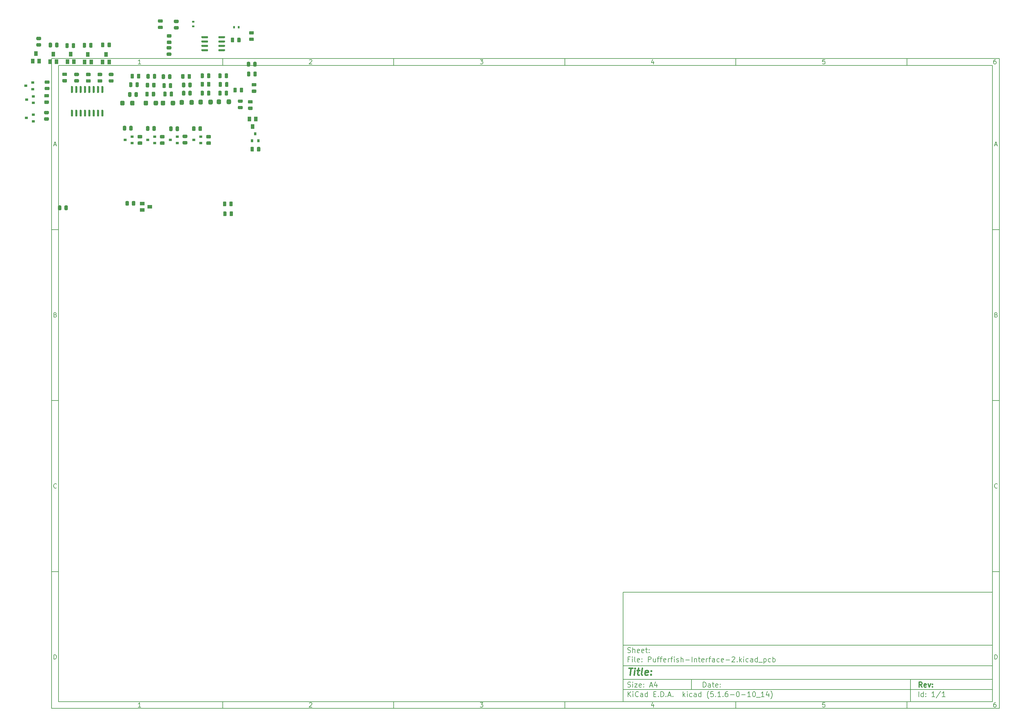
<source format=gbr>
G04 #@! TF.GenerationSoftware,KiCad,Pcbnew,(5.1.6-0-10_14)*
G04 #@! TF.CreationDate,2020-09-30T23:02:33-04:00*
G04 #@! TF.ProjectId,Pufferfish-Interface-2,50756666-6572-4666-9973-682d496e7465,rev?*
G04 #@! TF.SameCoordinates,Original*
G04 #@! TF.FileFunction,Paste,Top*
G04 #@! TF.FilePolarity,Positive*
%FSLAX46Y46*%
G04 Gerber Fmt 4.6, Leading zero omitted, Abs format (unit mm)*
G04 Created by KiCad (PCBNEW (5.1.6-0-10_14)) date 2020-09-30 23:02:33*
%MOMM*%
%LPD*%
G01*
G04 APERTURE LIST*
%ADD10C,0.100000*%
%ADD11C,0.150000*%
%ADD12C,0.300000*%
%ADD13C,0.400000*%
%ADD14R,0.800000X0.900000*%
%ADD15R,1.000000X1.400000*%
%ADD16R,0.600000X0.700000*%
%ADD17R,0.700000X0.600000*%
%ADD18R,1.400000X1.000000*%
%ADD19R,0.900000X0.800000*%
G04 APERTURE END LIST*
D10*
D11*
X177002200Y-166007200D02*
X177002200Y-198007200D01*
X285002200Y-198007200D01*
X285002200Y-166007200D01*
X177002200Y-166007200D01*
D10*
D11*
X10000000Y-10000000D02*
X10000000Y-200007200D01*
X287002200Y-200007200D01*
X287002200Y-10000000D01*
X10000000Y-10000000D01*
D10*
D11*
X12000000Y-12000000D02*
X12000000Y-198007200D01*
X285002200Y-198007200D01*
X285002200Y-12000000D01*
X12000000Y-12000000D01*
D10*
D11*
X60000000Y-12000000D02*
X60000000Y-10000000D01*
D10*
D11*
X110000000Y-12000000D02*
X110000000Y-10000000D01*
D10*
D11*
X160000000Y-12000000D02*
X160000000Y-10000000D01*
D10*
D11*
X210000000Y-12000000D02*
X210000000Y-10000000D01*
D10*
D11*
X260000000Y-12000000D02*
X260000000Y-10000000D01*
D10*
D11*
X36065476Y-11588095D02*
X35322619Y-11588095D01*
X35694047Y-11588095D02*
X35694047Y-10288095D01*
X35570238Y-10473809D01*
X35446428Y-10597619D01*
X35322619Y-10659523D01*
D10*
D11*
X85322619Y-10411904D02*
X85384523Y-10350000D01*
X85508333Y-10288095D01*
X85817857Y-10288095D01*
X85941666Y-10350000D01*
X86003571Y-10411904D01*
X86065476Y-10535714D01*
X86065476Y-10659523D01*
X86003571Y-10845238D01*
X85260714Y-11588095D01*
X86065476Y-11588095D01*
D10*
D11*
X135260714Y-10288095D02*
X136065476Y-10288095D01*
X135632142Y-10783333D01*
X135817857Y-10783333D01*
X135941666Y-10845238D01*
X136003571Y-10907142D01*
X136065476Y-11030952D01*
X136065476Y-11340476D01*
X136003571Y-11464285D01*
X135941666Y-11526190D01*
X135817857Y-11588095D01*
X135446428Y-11588095D01*
X135322619Y-11526190D01*
X135260714Y-11464285D01*
D10*
D11*
X185941666Y-10721428D02*
X185941666Y-11588095D01*
X185632142Y-10226190D02*
X185322619Y-11154761D01*
X186127380Y-11154761D01*
D10*
D11*
X236003571Y-10288095D02*
X235384523Y-10288095D01*
X235322619Y-10907142D01*
X235384523Y-10845238D01*
X235508333Y-10783333D01*
X235817857Y-10783333D01*
X235941666Y-10845238D01*
X236003571Y-10907142D01*
X236065476Y-11030952D01*
X236065476Y-11340476D01*
X236003571Y-11464285D01*
X235941666Y-11526190D01*
X235817857Y-11588095D01*
X235508333Y-11588095D01*
X235384523Y-11526190D01*
X235322619Y-11464285D01*
D10*
D11*
X285941666Y-10288095D02*
X285694047Y-10288095D01*
X285570238Y-10350000D01*
X285508333Y-10411904D01*
X285384523Y-10597619D01*
X285322619Y-10845238D01*
X285322619Y-11340476D01*
X285384523Y-11464285D01*
X285446428Y-11526190D01*
X285570238Y-11588095D01*
X285817857Y-11588095D01*
X285941666Y-11526190D01*
X286003571Y-11464285D01*
X286065476Y-11340476D01*
X286065476Y-11030952D01*
X286003571Y-10907142D01*
X285941666Y-10845238D01*
X285817857Y-10783333D01*
X285570238Y-10783333D01*
X285446428Y-10845238D01*
X285384523Y-10907142D01*
X285322619Y-11030952D01*
D10*
D11*
X60000000Y-198007200D02*
X60000000Y-200007200D01*
D10*
D11*
X110000000Y-198007200D02*
X110000000Y-200007200D01*
D10*
D11*
X160000000Y-198007200D02*
X160000000Y-200007200D01*
D10*
D11*
X210000000Y-198007200D02*
X210000000Y-200007200D01*
D10*
D11*
X260000000Y-198007200D02*
X260000000Y-200007200D01*
D10*
D11*
X36065476Y-199595295D02*
X35322619Y-199595295D01*
X35694047Y-199595295D02*
X35694047Y-198295295D01*
X35570238Y-198481009D01*
X35446428Y-198604819D01*
X35322619Y-198666723D01*
D10*
D11*
X85322619Y-198419104D02*
X85384523Y-198357200D01*
X85508333Y-198295295D01*
X85817857Y-198295295D01*
X85941666Y-198357200D01*
X86003571Y-198419104D01*
X86065476Y-198542914D01*
X86065476Y-198666723D01*
X86003571Y-198852438D01*
X85260714Y-199595295D01*
X86065476Y-199595295D01*
D10*
D11*
X135260714Y-198295295D02*
X136065476Y-198295295D01*
X135632142Y-198790533D01*
X135817857Y-198790533D01*
X135941666Y-198852438D01*
X136003571Y-198914342D01*
X136065476Y-199038152D01*
X136065476Y-199347676D01*
X136003571Y-199471485D01*
X135941666Y-199533390D01*
X135817857Y-199595295D01*
X135446428Y-199595295D01*
X135322619Y-199533390D01*
X135260714Y-199471485D01*
D10*
D11*
X185941666Y-198728628D02*
X185941666Y-199595295D01*
X185632142Y-198233390D02*
X185322619Y-199161961D01*
X186127380Y-199161961D01*
D10*
D11*
X236003571Y-198295295D02*
X235384523Y-198295295D01*
X235322619Y-198914342D01*
X235384523Y-198852438D01*
X235508333Y-198790533D01*
X235817857Y-198790533D01*
X235941666Y-198852438D01*
X236003571Y-198914342D01*
X236065476Y-199038152D01*
X236065476Y-199347676D01*
X236003571Y-199471485D01*
X235941666Y-199533390D01*
X235817857Y-199595295D01*
X235508333Y-199595295D01*
X235384523Y-199533390D01*
X235322619Y-199471485D01*
D10*
D11*
X285941666Y-198295295D02*
X285694047Y-198295295D01*
X285570238Y-198357200D01*
X285508333Y-198419104D01*
X285384523Y-198604819D01*
X285322619Y-198852438D01*
X285322619Y-199347676D01*
X285384523Y-199471485D01*
X285446428Y-199533390D01*
X285570238Y-199595295D01*
X285817857Y-199595295D01*
X285941666Y-199533390D01*
X286003571Y-199471485D01*
X286065476Y-199347676D01*
X286065476Y-199038152D01*
X286003571Y-198914342D01*
X285941666Y-198852438D01*
X285817857Y-198790533D01*
X285570238Y-198790533D01*
X285446428Y-198852438D01*
X285384523Y-198914342D01*
X285322619Y-199038152D01*
D10*
D11*
X10000000Y-60000000D02*
X12000000Y-60000000D01*
D10*
D11*
X10000000Y-110000000D02*
X12000000Y-110000000D01*
D10*
D11*
X10000000Y-160000000D02*
X12000000Y-160000000D01*
D10*
D11*
X10690476Y-35216666D02*
X11309523Y-35216666D01*
X10566666Y-35588095D02*
X11000000Y-34288095D01*
X11433333Y-35588095D01*
D10*
D11*
X11092857Y-84907142D02*
X11278571Y-84969047D01*
X11340476Y-85030952D01*
X11402380Y-85154761D01*
X11402380Y-85340476D01*
X11340476Y-85464285D01*
X11278571Y-85526190D01*
X11154761Y-85588095D01*
X10659523Y-85588095D01*
X10659523Y-84288095D01*
X11092857Y-84288095D01*
X11216666Y-84350000D01*
X11278571Y-84411904D01*
X11340476Y-84535714D01*
X11340476Y-84659523D01*
X11278571Y-84783333D01*
X11216666Y-84845238D01*
X11092857Y-84907142D01*
X10659523Y-84907142D01*
D10*
D11*
X11402380Y-135464285D02*
X11340476Y-135526190D01*
X11154761Y-135588095D01*
X11030952Y-135588095D01*
X10845238Y-135526190D01*
X10721428Y-135402380D01*
X10659523Y-135278571D01*
X10597619Y-135030952D01*
X10597619Y-134845238D01*
X10659523Y-134597619D01*
X10721428Y-134473809D01*
X10845238Y-134350000D01*
X11030952Y-134288095D01*
X11154761Y-134288095D01*
X11340476Y-134350000D01*
X11402380Y-134411904D01*
D10*
D11*
X10659523Y-185588095D02*
X10659523Y-184288095D01*
X10969047Y-184288095D01*
X11154761Y-184350000D01*
X11278571Y-184473809D01*
X11340476Y-184597619D01*
X11402380Y-184845238D01*
X11402380Y-185030952D01*
X11340476Y-185278571D01*
X11278571Y-185402380D01*
X11154761Y-185526190D01*
X10969047Y-185588095D01*
X10659523Y-185588095D01*
D10*
D11*
X287002200Y-60000000D02*
X285002200Y-60000000D01*
D10*
D11*
X287002200Y-110000000D02*
X285002200Y-110000000D01*
D10*
D11*
X287002200Y-160000000D02*
X285002200Y-160000000D01*
D10*
D11*
X285692676Y-35216666D02*
X286311723Y-35216666D01*
X285568866Y-35588095D02*
X286002200Y-34288095D01*
X286435533Y-35588095D01*
D10*
D11*
X286095057Y-84907142D02*
X286280771Y-84969047D01*
X286342676Y-85030952D01*
X286404580Y-85154761D01*
X286404580Y-85340476D01*
X286342676Y-85464285D01*
X286280771Y-85526190D01*
X286156961Y-85588095D01*
X285661723Y-85588095D01*
X285661723Y-84288095D01*
X286095057Y-84288095D01*
X286218866Y-84350000D01*
X286280771Y-84411904D01*
X286342676Y-84535714D01*
X286342676Y-84659523D01*
X286280771Y-84783333D01*
X286218866Y-84845238D01*
X286095057Y-84907142D01*
X285661723Y-84907142D01*
D10*
D11*
X286404580Y-135464285D02*
X286342676Y-135526190D01*
X286156961Y-135588095D01*
X286033152Y-135588095D01*
X285847438Y-135526190D01*
X285723628Y-135402380D01*
X285661723Y-135278571D01*
X285599819Y-135030952D01*
X285599819Y-134845238D01*
X285661723Y-134597619D01*
X285723628Y-134473809D01*
X285847438Y-134350000D01*
X286033152Y-134288095D01*
X286156961Y-134288095D01*
X286342676Y-134350000D01*
X286404580Y-134411904D01*
D10*
D11*
X285661723Y-185588095D02*
X285661723Y-184288095D01*
X285971247Y-184288095D01*
X286156961Y-184350000D01*
X286280771Y-184473809D01*
X286342676Y-184597619D01*
X286404580Y-184845238D01*
X286404580Y-185030952D01*
X286342676Y-185278571D01*
X286280771Y-185402380D01*
X286156961Y-185526190D01*
X285971247Y-185588095D01*
X285661723Y-185588095D01*
D10*
D11*
X200434342Y-193785771D02*
X200434342Y-192285771D01*
X200791485Y-192285771D01*
X201005771Y-192357200D01*
X201148628Y-192500057D01*
X201220057Y-192642914D01*
X201291485Y-192928628D01*
X201291485Y-193142914D01*
X201220057Y-193428628D01*
X201148628Y-193571485D01*
X201005771Y-193714342D01*
X200791485Y-193785771D01*
X200434342Y-193785771D01*
X202577200Y-193785771D02*
X202577200Y-193000057D01*
X202505771Y-192857200D01*
X202362914Y-192785771D01*
X202077200Y-192785771D01*
X201934342Y-192857200D01*
X202577200Y-193714342D02*
X202434342Y-193785771D01*
X202077200Y-193785771D01*
X201934342Y-193714342D01*
X201862914Y-193571485D01*
X201862914Y-193428628D01*
X201934342Y-193285771D01*
X202077200Y-193214342D01*
X202434342Y-193214342D01*
X202577200Y-193142914D01*
X203077200Y-192785771D02*
X203648628Y-192785771D01*
X203291485Y-192285771D02*
X203291485Y-193571485D01*
X203362914Y-193714342D01*
X203505771Y-193785771D01*
X203648628Y-193785771D01*
X204720057Y-193714342D02*
X204577200Y-193785771D01*
X204291485Y-193785771D01*
X204148628Y-193714342D01*
X204077200Y-193571485D01*
X204077200Y-193000057D01*
X204148628Y-192857200D01*
X204291485Y-192785771D01*
X204577200Y-192785771D01*
X204720057Y-192857200D01*
X204791485Y-193000057D01*
X204791485Y-193142914D01*
X204077200Y-193285771D01*
X205434342Y-193642914D02*
X205505771Y-193714342D01*
X205434342Y-193785771D01*
X205362914Y-193714342D01*
X205434342Y-193642914D01*
X205434342Y-193785771D01*
X205434342Y-192857200D02*
X205505771Y-192928628D01*
X205434342Y-193000057D01*
X205362914Y-192928628D01*
X205434342Y-192857200D01*
X205434342Y-193000057D01*
D10*
D11*
X177002200Y-194507200D02*
X285002200Y-194507200D01*
D10*
D11*
X178434342Y-196585771D02*
X178434342Y-195085771D01*
X179291485Y-196585771D02*
X178648628Y-195728628D01*
X179291485Y-195085771D02*
X178434342Y-195942914D01*
X179934342Y-196585771D02*
X179934342Y-195585771D01*
X179934342Y-195085771D02*
X179862914Y-195157200D01*
X179934342Y-195228628D01*
X180005771Y-195157200D01*
X179934342Y-195085771D01*
X179934342Y-195228628D01*
X181505771Y-196442914D02*
X181434342Y-196514342D01*
X181220057Y-196585771D01*
X181077200Y-196585771D01*
X180862914Y-196514342D01*
X180720057Y-196371485D01*
X180648628Y-196228628D01*
X180577200Y-195942914D01*
X180577200Y-195728628D01*
X180648628Y-195442914D01*
X180720057Y-195300057D01*
X180862914Y-195157200D01*
X181077200Y-195085771D01*
X181220057Y-195085771D01*
X181434342Y-195157200D01*
X181505771Y-195228628D01*
X182791485Y-196585771D02*
X182791485Y-195800057D01*
X182720057Y-195657200D01*
X182577200Y-195585771D01*
X182291485Y-195585771D01*
X182148628Y-195657200D01*
X182791485Y-196514342D02*
X182648628Y-196585771D01*
X182291485Y-196585771D01*
X182148628Y-196514342D01*
X182077200Y-196371485D01*
X182077200Y-196228628D01*
X182148628Y-196085771D01*
X182291485Y-196014342D01*
X182648628Y-196014342D01*
X182791485Y-195942914D01*
X184148628Y-196585771D02*
X184148628Y-195085771D01*
X184148628Y-196514342D02*
X184005771Y-196585771D01*
X183720057Y-196585771D01*
X183577200Y-196514342D01*
X183505771Y-196442914D01*
X183434342Y-196300057D01*
X183434342Y-195871485D01*
X183505771Y-195728628D01*
X183577200Y-195657200D01*
X183720057Y-195585771D01*
X184005771Y-195585771D01*
X184148628Y-195657200D01*
X186005771Y-195800057D02*
X186505771Y-195800057D01*
X186720057Y-196585771D02*
X186005771Y-196585771D01*
X186005771Y-195085771D01*
X186720057Y-195085771D01*
X187362914Y-196442914D02*
X187434342Y-196514342D01*
X187362914Y-196585771D01*
X187291485Y-196514342D01*
X187362914Y-196442914D01*
X187362914Y-196585771D01*
X188077200Y-196585771D02*
X188077200Y-195085771D01*
X188434342Y-195085771D01*
X188648628Y-195157200D01*
X188791485Y-195300057D01*
X188862914Y-195442914D01*
X188934342Y-195728628D01*
X188934342Y-195942914D01*
X188862914Y-196228628D01*
X188791485Y-196371485D01*
X188648628Y-196514342D01*
X188434342Y-196585771D01*
X188077200Y-196585771D01*
X189577200Y-196442914D02*
X189648628Y-196514342D01*
X189577200Y-196585771D01*
X189505771Y-196514342D01*
X189577200Y-196442914D01*
X189577200Y-196585771D01*
X190220057Y-196157200D02*
X190934342Y-196157200D01*
X190077200Y-196585771D02*
X190577200Y-195085771D01*
X191077200Y-196585771D01*
X191577200Y-196442914D02*
X191648628Y-196514342D01*
X191577200Y-196585771D01*
X191505771Y-196514342D01*
X191577200Y-196442914D01*
X191577200Y-196585771D01*
X194577200Y-196585771D02*
X194577200Y-195085771D01*
X194720057Y-196014342D02*
X195148628Y-196585771D01*
X195148628Y-195585771D02*
X194577200Y-196157200D01*
X195791485Y-196585771D02*
X195791485Y-195585771D01*
X195791485Y-195085771D02*
X195720057Y-195157200D01*
X195791485Y-195228628D01*
X195862914Y-195157200D01*
X195791485Y-195085771D01*
X195791485Y-195228628D01*
X197148628Y-196514342D02*
X197005771Y-196585771D01*
X196720057Y-196585771D01*
X196577200Y-196514342D01*
X196505771Y-196442914D01*
X196434342Y-196300057D01*
X196434342Y-195871485D01*
X196505771Y-195728628D01*
X196577200Y-195657200D01*
X196720057Y-195585771D01*
X197005771Y-195585771D01*
X197148628Y-195657200D01*
X198434342Y-196585771D02*
X198434342Y-195800057D01*
X198362914Y-195657200D01*
X198220057Y-195585771D01*
X197934342Y-195585771D01*
X197791485Y-195657200D01*
X198434342Y-196514342D02*
X198291485Y-196585771D01*
X197934342Y-196585771D01*
X197791485Y-196514342D01*
X197720057Y-196371485D01*
X197720057Y-196228628D01*
X197791485Y-196085771D01*
X197934342Y-196014342D01*
X198291485Y-196014342D01*
X198434342Y-195942914D01*
X199791485Y-196585771D02*
X199791485Y-195085771D01*
X199791485Y-196514342D02*
X199648628Y-196585771D01*
X199362914Y-196585771D01*
X199220057Y-196514342D01*
X199148628Y-196442914D01*
X199077200Y-196300057D01*
X199077200Y-195871485D01*
X199148628Y-195728628D01*
X199220057Y-195657200D01*
X199362914Y-195585771D01*
X199648628Y-195585771D01*
X199791485Y-195657200D01*
X202077200Y-197157200D02*
X202005771Y-197085771D01*
X201862914Y-196871485D01*
X201791485Y-196728628D01*
X201720057Y-196514342D01*
X201648628Y-196157200D01*
X201648628Y-195871485D01*
X201720057Y-195514342D01*
X201791485Y-195300057D01*
X201862914Y-195157200D01*
X202005771Y-194942914D01*
X202077200Y-194871485D01*
X203362914Y-195085771D02*
X202648628Y-195085771D01*
X202577200Y-195800057D01*
X202648628Y-195728628D01*
X202791485Y-195657200D01*
X203148628Y-195657200D01*
X203291485Y-195728628D01*
X203362914Y-195800057D01*
X203434342Y-195942914D01*
X203434342Y-196300057D01*
X203362914Y-196442914D01*
X203291485Y-196514342D01*
X203148628Y-196585771D01*
X202791485Y-196585771D01*
X202648628Y-196514342D01*
X202577200Y-196442914D01*
X204077200Y-196442914D02*
X204148628Y-196514342D01*
X204077200Y-196585771D01*
X204005771Y-196514342D01*
X204077200Y-196442914D01*
X204077200Y-196585771D01*
X205577200Y-196585771D02*
X204720057Y-196585771D01*
X205148628Y-196585771D02*
X205148628Y-195085771D01*
X205005771Y-195300057D01*
X204862914Y-195442914D01*
X204720057Y-195514342D01*
X206220057Y-196442914D02*
X206291485Y-196514342D01*
X206220057Y-196585771D01*
X206148628Y-196514342D01*
X206220057Y-196442914D01*
X206220057Y-196585771D01*
X207577200Y-195085771D02*
X207291485Y-195085771D01*
X207148628Y-195157200D01*
X207077200Y-195228628D01*
X206934342Y-195442914D01*
X206862914Y-195728628D01*
X206862914Y-196300057D01*
X206934342Y-196442914D01*
X207005771Y-196514342D01*
X207148628Y-196585771D01*
X207434342Y-196585771D01*
X207577200Y-196514342D01*
X207648628Y-196442914D01*
X207720057Y-196300057D01*
X207720057Y-195942914D01*
X207648628Y-195800057D01*
X207577200Y-195728628D01*
X207434342Y-195657200D01*
X207148628Y-195657200D01*
X207005771Y-195728628D01*
X206934342Y-195800057D01*
X206862914Y-195942914D01*
X208362914Y-196014342D02*
X209505771Y-196014342D01*
X210505771Y-195085771D02*
X210648628Y-195085771D01*
X210791485Y-195157200D01*
X210862914Y-195228628D01*
X210934342Y-195371485D01*
X211005771Y-195657200D01*
X211005771Y-196014342D01*
X210934342Y-196300057D01*
X210862914Y-196442914D01*
X210791485Y-196514342D01*
X210648628Y-196585771D01*
X210505771Y-196585771D01*
X210362914Y-196514342D01*
X210291485Y-196442914D01*
X210220057Y-196300057D01*
X210148628Y-196014342D01*
X210148628Y-195657200D01*
X210220057Y-195371485D01*
X210291485Y-195228628D01*
X210362914Y-195157200D01*
X210505771Y-195085771D01*
X211648628Y-196014342D02*
X212791485Y-196014342D01*
X214291485Y-196585771D02*
X213434342Y-196585771D01*
X213862914Y-196585771D02*
X213862914Y-195085771D01*
X213720057Y-195300057D01*
X213577200Y-195442914D01*
X213434342Y-195514342D01*
X215220057Y-195085771D02*
X215362914Y-195085771D01*
X215505771Y-195157200D01*
X215577200Y-195228628D01*
X215648628Y-195371485D01*
X215720057Y-195657200D01*
X215720057Y-196014342D01*
X215648628Y-196300057D01*
X215577200Y-196442914D01*
X215505771Y-196514342D01*
X215362914Y-196585771D01*
X215220057Y-196585771D01*
X215077200Y-196514342D01*
X215005771Y-196442914D01*
X214934342Y-196300057D01*
X214862914Y-196014342D01*
X214862914Y-195657200D01*
X214934342Y-195371485D01*
X215005771Y-195228628D01*
X215077200Y-195157200D01*
X215220057Y-195085771D01*
X216005771Y-196728628D02*
X217148628Y-196728628D01*
X218291485Y-196585771D02*
X217434342Y-196585771D01*
X217862914Y-196585771D02*
X217862914Y-195085771D01*
X217720057Y-195300057D01*
X217577200Y-195442914D01*
X217434342Y-195514342D01*
X219577200Y-195585771D02*
X219577200Y-196585771D01*
X219220057Y-195014342D02*
X218862914Y-196085771D01*
X219791485Y-196085771D01*
X220220057Y-197157200D02*
X220291485Y-197085771D01*
X220434342Y-196871485D01*
X220505771Y-196728628D01*
X220577200Y-196514342D01*
X220648628Y-196157200D01*
X220648628Y-195871485D01*
X220577200Y-195514342D01*
X220505771Y-195300057D01*
X220434342Y-195157200D01*
X220291485Y-194942914D01*
X220220057Y-194871485D01*
D10*
D11*
X177002200Y-191507200D02*
X285002200Y-191507200D01*
D10*
D12*
X264411485Y-193785771D02*
X263911485Y-193071485D01*
X263554342Y-193785771D02*
X263554342Y-192285771D01*
X264125771Y-192285771D01*
X264268628Y-192357200D01*
X264340057Y-192428628D01*
X264411485Y-192571485D01*
X264411485Y-192785771D01*
X264340057Y-192928628D01*
X264268628Y-193000057D01*
X264125771Y-193071485D01*
X263554342Y-193071485D01*
X265625771Y-193714342D02*
X265482914Y-193785771D01*
X265197200Y-193785771D01*
X265054342Y-193714342D01*
X264982914Y-193571485D01*
X264982914Y-193000057D01*
X265054342Y-192857200D01*
X265197200Y-192785771D01*
X265482914Y-192785771D01*
X265625771Y-192857200D01*
X265697200Y-193000057D01*
X265697200Y-193142914D01*
X264982914Y-193285771D01*
X266197200Y-192785771D02*
X266554342Y-193785771D01*
X266911485Y-192785771D01*
X267482914Y-193642914D02*
X267554342Y-193714342D01*
X267482914Y-193785771D01*
X267411485Y-193714342D01*
X267482914Y-193642914D01*
X267482914Y-193785771D01*
X267482914Y-192857200D02*
X267554342Y-192928628D01*
X267482914Y-193000057D01*
X267411485Y-192928628D01*
X267482914Y-192857200D01*
X267482914Y-193000057D01*
D10*
D11*
X178362914Y-193714342D02*
X178577200Y-193785771D01*
X178934342Y-193785771D01*
X179077200Y-193714342D01*
X179148628Y-193642914D01*
X179220057Y-193500057D01*
X179220057Y-193357200D01*
X179148628Y-193214342D01*
X179077200Y-193142914D01*
X178934342Y-193071485D01*
X178648628Y-193000057D01*
X178505771Y-192928628D01*
X178434342Y-192857200D01*
X178362914Y-192714342D01*
X178362914Y-192571485D01*
X178434342Y-192428628D01*
X178505771Y-192357200D01*
X178648628Y-192285771D01*
X179005771Y-192285771D01*
X179220057Y-192357200D01*
X179862914Y-193785771D02*
X179862914Y-192785771D01*
X179862914Y-192285771D02*
X179791485Y-192357200D01*
X179862914Y-192428628D01*
X179934342Y-192357200D01*
X179862914Y-192285771D01*
X179862914Y-192428628D01*
X180434342Y-192785771D02*
X181220057Y-192785771D01*
X180434342Y-193785771D01*
X181220057Y-193785771D01*
X182362914Y-193714342D02*
X182220057Y-193785771D01*
X181934342Y-193785771D01*
X181791485Y-193714342D01*
X181720057Y-193571485D01*
X181720057Y-193000057D01*
X181791485Y-192857200D01*
X181934342Y-192785771D01*
X182220057Y-192785771D01*
X182362914Y-192857200D01*
X182434342Y-193000057D01*
X182434342Y-193142914D01*
X181720057Y-193285771D01*
X183077200Y-193642914D02*
X183148628Y-193714342D01*
X183077200Y-193785771D01*
X183005771Y-193714342D01*
X183077200Y-193642914D01*
X183077200Y-193785771D01*
X183077200Y-192857200D02*
X183148628Y-192928628D01*
X183077200Y-193000057D01*
X183005771Y-192928628D01*
X183077200Y-192857200D01*
X183077200Y-193000057D01*
X184862914Y-193357200D02*
X185577200Y-193357200D01*
X184720057Y-193785771D02*
X185220057Y-192285771D01*
X185720057Y-193785771D01*
X186862914Y-192785771D02*
X186862914Y-193785771D01*
X186505771Y-192214342D02*
X186148628Y-193285771D01*
X187077200Y-193285771D01*
D10*
D11*
X263434342Y-196585771D02*
X263434342Y-195085771D01*
X264791485Y-196585771D02*
X264791485Y-195085771D01*
X264791485Y-196514342D02*
X264648628Y-196585771D01*
X264362914Y-196585771D01*
X264220057Y-196514342D01*
X264148628Y-196442914D01*
X264077200Y-196300057D01*
X264077200Y-195871485D01*
X264148628Y-195728628D01*
X264220057Y-195657200D01*
X264362914Y-195585771D01*
X264648628Y-195585771D01*
X264791485Y-195657200D01*
X265505771Y-196442914D02*
X265577200Y-196514342D01*
X265505771Y-196585771D01*
X265434342Y-196514342D01*
X265505771Y-196442914D01*
X265505771Y-196585771D01*
X265505771Y-195657200D02*
X265577200Y-195728628D01*
X265505771Y-195800057D01*
X265434342Y-195728628D01*
X265505771Y-195657200D01*
X265505771Y-195800057D01*
X268148628Y-196585771D02*
X267291485Y-196585771D01*
X267720057Y-196585771D02*
X267720057Y-195085771D01*
X267577200Y-195300057D01*
X267434342Y-195442914D01*
X267291485Y-195514342D01*
X269862914Y-195014342D02*
X268577200Y-196942914D01*
X271148628Y-196585771D02*
X270291485Y-196585771D01*
X270720057Y-196585771D02*
X270720057Y-195085771D01*
X270577200Y-195300057D01*
X270434342Y-195442914D01*
X270291485Y-195514342D01*
D10*
D11*
X177002200Y-187507200D02*
X285002200Y-187507200D01*
D10*
D13*
X178714580Y-188211961D02*
X179857438Y-188211961D01*
X179036009Y-190211961D02*
X179286009Y-188211961D01*
X180274104Y-190211961D02*
X180440771Y-188878628D01*
X180524104Y-188211961D02*
X180416961Y-188307200D01*
X180500295Y-188402438D01*
X180607438Y-188307200D01*
X180524104Y-188211961D01*
X180500295Y-188402438D01*
X181107438Y-188878628D02*
X181869342Y-188878628D01*
X181476485Y-188211961D02*
X181262200Y-189926247D01*
X181333628Y-190116723D01*
X181512200Y-190211961D01*
X181702676Y-190211961D01*
X182655057Y-190211961D02*
X182476485Y-190116723D01*
X182405057Y-189926247D01*
X182619342Y-188211961D01*
X184190771Y-190116723D02*
X183988390Y-190211961D01*
X183607438Y-190211961D01*
X183428866Y-190116723D01*
X183357438Y-189926247D01*
X183452676Y-189164342D01*
X183571723Y-188973866D01*
X183774104Y-188878628D01*
X184155057Y-188878628D01*
X184333628Y-188973866D01*
X184405057Y-189164342D01*
X184381247Y-189354819D01*
X183405057Y-189545295D01*
X185155057Y-190021485D02*
X185238390Y-190116723D01*
X185131247Y-190211961D01*
X185047914Y-190116723D01*
X185155057Y-190021485D01*
X185131247Y-190211961D01*
X185286009Y-188973866D02*
X185369342Y-189069104D01*
X185262200Y-189164342D01*
X185178866Y-189069104D01*
X185286009Y-188973866D01*
X185262200Y-189164342D01*
D10*
D11*
X178934342Y-185600057D02*
X178434342Y-185600057D01*
X178434342Y-186385771D02*
X178434342Y-184885771D01*
X179148628Y-184885771D01*
X179720057Y-186385771D02*
X179720057Y-185385771D01*
X179720057Y-184885771D02*
X179648628Y-184957200D01*
X179720057Y-185028628D01*
X179791485Y-184957200D01*
X179720057Y-184885771D01*
X179720057Y-185028628D01*
X180648628Y-186385771D02*
X180505771Y-186314342D01*
X180434342Y-186171485D01*
X180434342Y-184885771D01*
X181791485Y-186314342D02*
X181648628Y-186385771D01*
X181362914Y-186385771D01*
X181220057Y-186314342D01*
X181148628Y-186171485D01*
X181148628Y-185600057D01*
X181220057Y-185457200D01*
X181362914Y-185385771D01*
X181648628Y-185385771D01*
X181791485Y-185457200D01*
X181862914Y-185600057D01*
X181862914Y-185742914D01*
X181148628Y-185885771D01*
X182505771Y-186242914D02*
X182577200Y-186314342D01*
X182505771Y-186385771D01*
X182434342Y-186314342D01*
X182505771Y-186242914D01*
X182505771Y-186385771D01*
X182505771Y-185457200D02*
X182577200Y-185528628D01*
X182505771Y-185600057D01*
X182434342Y-185528628D01*
X182505771Y-185457200D01*
X182505771Y-185600057D01*
X184362914Y-186385771D02*
X184362914Y-184885771D01*
X184934342Y-184885771D01*
X185077200Y-184957200D01*
X185148628Y-185028628D01*
X185220057Y-185171485D01*
X185220057Y-185385771D01*
X185148628Y-185528628D01*
X185077200Y-185600057D01*
X184934342Y-185671485D01*
X184362914Y-185671485D01*
X186505771Y-185385771D02*
X186505771Y-186385771D01*
X185862914Y-185385771D02*
X185862914Y-186171485D01*
X185934342Y-186314342D01*
X186077200Y-186385771D01*
X186291485Y-186385771D01*
X186434342Y-186314342D01*
X186505771Y-186242914D01*
X187005771Y-185385771D02*
X187577200Y-185385771D01*
X187220057Y-186385771D02*
X187220057Y-185100057D01*
X187291485Y-184957200D01*
X187434342Y-184885771D01*
X187577200Y-184885771D01*
X187862914Y-185385771D02*
X188434342Y-185385771D01*
X188077200Y-186385771D02*
X188077200Y-185100057D01*
X188148628Y-184957200D01*
X188291485Y-184885771D01*
X188434342Y-184885771D01*
X189505771Y-186314342D02*
X189362914Y-186385771D01*
X189077200Y-186385771D01*
X188934342Y-186314342D01*
X188862914Y-186171485D01*
X188862914Y-185600057D01*
X188934342Y-185457200D01*
X189077200Y-185385771D01*
X189362914Y-185385771D01*
X189505771Y-185457200D01*
X189577200Y-185600057D01*
X189577200Y-185742914D01*
X188862914Y-185885771D01*
X190220057Y-186385771D02*
X190220057Y-185385771D01*
X190220057Y-185671485D02*
X190291485Y-185528628D01*
X190362914Y-185457200D01*
X190505771Y-185385771D01*
X190648628Y-185385771D01*
X190934342Y-185385771D02*
X191505771Y-185385771D01*
X191148628Y-186385771D02*
X191148628Y-185100057D01*
X191220057Y-184957200D01*
X191362914Y-184885771D01*
X191505771Y-184885771D01*
X192005771Y-186385771D02*
X192005771Y-185385771D01*
X192005771Y-184885771D02*
X191934342Y-184957200D01*
X192005771Y-185028628D01*
X192077200Y-184957200D01*
X192005771Y-184885771D01*
X192005771Y-185028628D01*
X192648628Y-186314342D02*
X192791485Y-186385771D01*
X193077200Y-186385771D01*
X193220057Y-186314342D01*
X193291485Y-186171485D01*
X193291485Y-186100057D01*
X193220057Y-185957200D01*
X193077200Y-185885771D01*
X192862914Y-185885771D01*
X192720057Y-185814342D01*
X192648628Y-185671485D01*
X192648628Y-185600057D01*
X192720057Y-185457200D01*
X192862914Y-185385771D01*
X193077200Y-185385771D01*
X193220057Y-185457200D01*
X193934342Y-186385771D02*
X193934342Y-184885771D01*
X194577200Y-186385771D02*
X194577200Y-185600057D01*
X194505771Y-185457200D01*
X194362914Y-185385771D01*
X194148628Y-185385771D01*
X194005771Y-185457200D01*
X193934342Y-185528628D01*
X195291485Y-185814342D02*
X196434342Y-185814342D01*
X197148628Y-186385771D02*
X197148628Y-184885771D01*
X197862914Y-185385771D02*
X197862914Y-186385771D01*
X197862914Y-185528628D02*
X197934342Y-185457200D01*
X198077200Y-185385771D01*
X198291485Y-185385771D01*
X198434342Y-185457200D01*
X198505771Y-185600057D01*
X198505771Y-186385771D01*
X199005771Y-185385771D02*
X199577200Y-185385771D01*
X199220057Y-184885771D02*
X199220057Y-186171485D01*
X199291485Y-186314342D01*
X199434342Y-186385771D01*
X199577200Y-186385771D01*
X200648628Y-186314342D02*
X200505771Y-186385771D01*
X200220057Y-186385771D01*
X200077200Y-186314342D01*
X200005771Y-186171485D01*
X200005771Y-185600057D01*
X200077200Y-185457200D01*
X200220057Y-185385771D01*
X200505771Y-185385771D01*
X200648628Y-185457200D01*
X200720057Y-185600057D01*
X200720057Y-185742914D01*
X200005771Y-185885771D01*
X201362914Y-186385771D02*
X201362914Y-185385771D01*
X201362914Y-185671485D02*
X201434342Y-185528628D01*
X201505771Y-185457200D01*
X201648628Y-185385771D01*
X201791485Y-185385771D01*
X202077200Y-185385771D02*
X202648628Y-185385771D01*
X202291485Y-186385771D02*
X202291485Y-185100057D01*
X202362914Y-184957200D01*
X202505771Y-184885771D01*
X202648628Y-184885771D01*
X203791485Y-186385771D02*
X203791485Y-185600057D01*
X203720057Y-185457200D01*
X203577200Y-185385771D01*
X203291485Y-185385771D01*
X203148628Y-185457200D01*
X203791485Y-186314342D02*
X203648628Y-186385771D01*
X203291485Y-186385771D01*
X203148628Y-186314342D01*
X203077200Y-186171485D01*
X203077200Y-186028628D01*
X203148628Y-185885771D01*
X203291485Y-185814342D01*
X203648628Y-185814342D01*
X203791485Y-185742914D01*
X205148628Y-186314342D02*
X205005771Y-186385771D01*
X204720057Y-186385771D01*
X204577200Y-186314342D01*
X204505771Y-186242914D01*
X204434342Y-186100057D01*
X204434342Y-185671485D01*
X204505771Y-185528628D01*
X204577200Y-185457200D01*
X204720057Y-185385771D01*
X205005771Y-185385771D01*
X205148628Y-185457200D01*
X206362914Y-186314342D02*
X206220057Y-186385771D01*
X205934342Y-186385771D01*
X205791485Y-186314342D01*
X205720057Y-186171485D01*
X205720057Y-185600057D01*
X205791485Y-185457200D01*
X205934342Y-185385771D01*
X206220057Y-185385771D01*
X206362914Y-185457200D01*
X206434342Y-185600057D01*
X206434342Y-185742914D01*
X205720057Y-185885771D01*
X207077200Y-185814342D02*
X208220057Y-185814342D01*
X208862914Y-185028628D02*
X208934342Y-184957200D01*
X209077200Y-184885771D01*
X209434342Y-184885771D01*
X209577200Y-184957200D01*
X209648628Y-185028628D01*
X209720057Y-185171485D01*
X209720057Y-185314342D01*
X209648628Y-185528628D01*
X208791485Y-186385771D01*
X209720057Y-186385771D01*
X210362914Y-186242914D02*
X210434342Y-186314342D01*
X210362914Y-186385771D01*
X210291485Y-186314342D01*
X210362914Y-186242914D01*
X210362914Y-186385771D01*
X211077200Y-186385771D02*
X211077200Y-184885771D01*
X211220057Y-185814342D02*
X211648628Y-186385771D01*
X211648628Y-185385771D02*
X211077200Y-185957200D01*
X212291485Y-186385771D02*
X212291485Y-185385771D01*
X212291485Y-184885771D02*
X212220057Y-184957200D01*
X212291485Y-185028628D01*
X212362914Y-184957200D01*
X212291485Y-184885771D01*
X212291485Y-185028628D01*
X213648628Y-186314342D02*
X213505771Y-186385771D01*
X213220057Y-186385771D01*
X213077200Y-186314342D01*
X213005771Y-186242914D01*
X212934342Y-186100057D01*
X212934342Y-185671485D01*
X213005771Y-185528628D01*
X213077200Y-185457200D01*
X213220057Y-185385771D01*
X213505771Y-185385771D01*
X213648628Y-185457200D01*
X214934342Y-186385771D02*
X214934342Y-185600057D01*
X214862914Y-185457200D01*
X214720057Y-185385771D01*
X214434342Y-185385771D01*
X214291485Y-185457200D01*
X214934342Y-186314342D02*
X214791485Y-186385771D01*
X214434342Y-186385771D01*
X214291485Y-186314342D01*
X214220057Y-186171485D01*
X214220057Y-186028628D01*
X214291485Y-185885771D01*
X214434342Y-185814342D01*
X214791485Y-185814342D01*
X214934342Y-185742914D01*
X216291485Y-186385771D02*
X216291485Y-184885771D01*
X216291485Y-186314342D02*
X216148628Y-186385771D01*
X215862914Y-186385771D01*
X215720057Y-186314342D01*
X215648628Y-186242914D01*
X215577200Y-186100057D01*
X215577200Y-185671485D01*
X215648628Y-185528628D01*
X215720057Y-185457200D01*
X215862914Y-185385771D01*
X216148628Y-185385771D01*
X216291485Y-185457200D01*
X216648628Y-186528628D02*
X217791485Y-186528628D01*
X218148628Y-185385771D02*
X218148628Y-186885771D01*
X218148628Y-185457200D02*
X218291485Y-185385771D01*
X218577200Y-185385771D01*
X218720057Y-185457200D01*
X218791485Y-185528628D01*
X218862914Y-185671485D01*
X218862914Y-186100057D01*
X218791485Y-186242914D01*
X218720057Y-186314342D01*
X218577200Y-186385771D01*
X218291485Y-186385771D01*
X218148628Y-186314342D01*
X220148628Y-186314342D02*
X220005771Y-186385771D01*
X219720057Y-186385771D01*
X219577200Y-186314342D01*
X219505771Y-186242914D01*
X219434342Y-186100057D01*
X219434342Y-185671485D01*
X219505771Y-185528628D01*
X219577200Y-185457200D01*
X219720057Y-185385771D01*
X220005771Y-185385771D01*
X220148628Y-185457200D01*
X220791485Y-186385771D02*
X220791485Y-184885771D01*
X220791485Y-185457200D02*
X220934342Y-185385771D01*
X221220057Y-185385771D01*
X221362914Y-185457200D01*
X221434342Y-185528628D01*
X221505771Y-185671485D01*
X221505771Y-186100057D01*
X221434342Y-186242914D01*
X221362914Y-186314342D01*
X221220057Y-186385771D01*
X220934342Y-186385771D01*
X220791485Y-186314342D01*
D10*
D11*
X177002200Y-181507200D02*
X285002200Y-181507200D01*
D10*
D11*
X178362914Y-183614342D02*
X178577200Y-183685771D01*
X178934342Y-183685771D01*
X179077200Y-183614342D01*
X179148628Y-183542914D01*
X179220057Y-183400057D01*
X179220057Y-183257200D01*
X179148628Y-183114342D01*
X179077200Y-183042914D01*
X178934342Y-182971485D01*
X178648628Y-182900057D01*
X178505771Y-182828628D01*
X178434342Y-182757200D01*
X178362914Y-182614342D01*
X178362914Y-182471485D01*
X178434342Y-182328628D01*
X178505771Y-182257200D01*
X178648628Y-182185771D01*
X179005771Y-182185771D01*
X179220057Y-182257200D01*
X179862914Y-183685771D02*
X179862914Y-182185771D01*
X180505771Y-183685771D02*
X180505771Y-182900057D01*
X180434342Y-182757200D01*
X180291485Y-182685771D01*
X180077200Y-182685771D01*
X179934342Y-182757200D01*
X179862914Y-182828628D01*
X181791485Y-183614342D02*
X181648628Y-183685771D01*
X181362914Y-183685771D01*
X181220057Y-183614342D01*
X181148628Y-183471485D01*
X181148628Y-182900057D01*
X181220057Y-182757200D01*
X181362914Y-182685771D01*
X181648628Y-182685771D01*
X181791485Y-182757200D01*
X181862914Y-182900057D01*
X181862914Y-183042914D01*
X181148628Y-183185771D01*
X183077200Y-183614342D02*
X182934342Y-183685771D01*
X182648628Y-183685771D01*
X182505771Y-183614342D01*
X182434342Y-183471485D01*
X182434342Y-182900057D01*
X182505771Y-182757200D01*
X182648628Y-182685771D01*
X182934342Y-182685771D01*
X183077200Y-182757200D01*
X183148628Y-182900057D01*
X183148628Y-183042914D01*
X182434342Y-183185771D01*
X183577200Y-182685771D02*
X184148628Y-182685771D01*
X183791485Y-182185771D02*
X183791485Y-183471485D01*
X183862914Y-183614342D01*
X184005771Y-183685771D01*
X184148628Y-183685771D01*
X184648628Y-183542914D02*
X184720057Y-183614342D01*
X184648628Y-183685771D01*
X184577200Y-183614342D01*
X184648628Y-183542914D01*
X184648628Y-183685771D01*
X184648628Y-182757200D02*
X184720057Y-182828628D01*
X184648628Y-182900057D01*
X184577200Y-182828628D01*
X184648628Y-182757200D01*
X184648628Y-182900057D01*
D10*
D11*
X197002200Y-191507200D02*
X197002200Y-194507200D01*
D10*
D11*
X261002200Y-191507200D02*
X261002200Y-198007200D01*
G36*
G01*
X70012500Y-36956250D02*
X70012500Y-36043750D01*
G75*
G02*
X70256250Y-35800000I243750J0D01*
G01*
X70743750Y-35800000D01*
G75*
G02*
X70987500Y-36043750I0J-243750D01*
G01*
X70987500Y-36956250D01*
G75*
G02*
X70743750Y-37200000I-243750J0D01*
G01*
X70256250Y-37200000D01*
G75*
G02*
X70012500Y-36956250I0J243750D01*
G01*
G37*
G36*
G01*
X68137500Y-36956250D02*
X68137500Y-36043750D01*
G75*
G02*
X68381250Y-35800000I243750J0D01*
G01*
X68868750Y-35800000D01*
G75*
G02*
X69112500Y-36043750I0J-243750D01*
G01*
X69112500Y-36956250D01*
G75*
G02*
X68868750Y-37200000I-243750J0D01*
G01*
X68381250Y-37200000D01*
G75*
G02*
X68137500Y-36956250I0J243750D01*
G01*
G37*
D14*
X69500000Y-32000000D03*
X70450000Y-34000000D03*
X68550000Y-34000000D03*
D15*
X68750000Y-29850000D03*
X67800000Y-27650000D03*
X69700000Y-27650000D03*
G36*
G01*
X36900000Y-23375000D02*
X36900000Y-22625000D01*
G75*
G02*
X37225000Y-22300000I325000J0D01*
G01*
X37875000Y-22300000D01*
G75*
G02*
X38200000Y-22625000I0J-325000D01*
G01*
X38200000Y-23375000D01*
G75*
G02*
X37875000Y-23700000I-325000J0D01*
G01*
X37225000Y-23700000D01*
G75*
G02*
X36900000Y-23375000I0J325000D01*
G01*
G37*
G36*
G01*
X39800000Y-23375000D02*
X39800000Y-22625000D01*
G75*
G02*
X40125000Y-22300000I325000J0D01*
G01*
X40775000Y-22300000D01*
G75*
G02*
X41100000Y-22625000I0J-325000D01*
G01*
X41100000Y-23375000D01*
G75*
G02*
X40775000Y-23700000I-325000J0D01*
G01*
X40125000Y-23700000D01*
G75*
G02*
X39800000Y-23375000I0J325000D01*
G01*
G37*
G36*
G01*
X39280000Y-20846250D02*
X39280000Y-19933750D01*
G75*
G02*
X39523750Y-19690000I243750J0D01*
G01*
X40011250Y-19690000D01*
G75*
G02*
X40255000Y-19933750I0J-243750D01*
G01*
X40255000Y-20846250D01*
G75*
G02*
X40011250Y-21090000I-243750J0D01*
G01*
X39523750Y-21090000D01*
G75*
G02*
X39280000Y-20846250I0J243750D01*
G01*
G37*
G36*
G01*
X37405000Y-20846250D02*
X37405000Y-19933750D01*
G75*
G02*
X37648750Y-19690000I243750J0D01*
G01*
X38136250Y-19690000D01*
G75*
G02*
X38380000Y-19933750I0J-243750D01*
G01*
X38380000Y-20846250D01*
G75*
G02*
X38136250Y-21090000I-243750J0D01*
G01*
X37648750Y-21090000D01*
G75*
G02*
X37405000Y-20846250I0J243750D01*
G01*
G37*
G36*
G01*
X38500000Y-17303750D02*
X38500000Y-18216250D01*
G75*
G02*
X38256250Y-18460000I-243750J0D01*
G01*
X37768750Y-18460000D01*
G75*
G02*
X37525000Y-18216250I0J243750D01*
G01*
X37525000Y-17303750D01*
G75*
G02*
X37768750Y-17060000I243750J0D01*
G01*
X38256250Y-17060000D01*
G75*
G02*
X38500000Y-17303750I0J-243750D01*
G01*
G37*
G36*
G01*
X40375000Y-17303750D02*
X40375000Y-18216250D01*
G75*
G02*
X40131250Y-18460000I-243750J0D01*
G01*
X39643750Y-18460000D01*
G75*
G02*
X39400000Y-18216250I0J243750D01*
G01*
X39400000Y-17303750D01*
G75*
G02*
X39643750Y-17060000I243750J0D01*
G01*
X40131250Y-17060000D01*
G75*
G02*
X40375000Y-17303750I0J-243750D01*
G01*
G37*
G36*
G01*
X39578700Y-15640370D02*
X39578700Y-14727870D01*
G75*
G02*
X39822450Y-14484120I243750J0D01*
G01*
X40309950Y-14484120D01*
G75*
G02*
X40553700Y-14727870I0J-243750D01*
G01*
X40553700Y-15640370D01*
G75*
G02*
X40309950Y-15884120I-243750J0D01*
G01*
X39822450Y-15884120D01*
G75*
G02*
X39578700Y-15640370I0J243750D01*
G01*
G37*
G36*
G01*
X37703700Y-15640370D02*
X37703700Y-14727870D01*
G75*
G02*
X37947450Y-14484120I243750J0D01*
G01*
X38434950Y-14484120D01*
G75*
G02*
X38678700Y-14727870I0J-243750D01*
G01*
X38678700Y-15640370D01*
G75*
G02*
X38434950Y-15884120I-243750J0D01*
G01*
X37947450Y-15884120D01*
G75*
G02*
X37703700Y-15640370I0J243750D01*
G01*
G37*
G36*
G01*
X16085960Y-20021780D02*
X15785960Y-20021780D01*
G75*
G02*
X15635960Y-19871780I0J150000D01*
G01*
X15635960Y-18196780D01*
G75*
G02*
X15785960Y-18046780I150000J0D01*
G01*
X16085960Y-18046780D01*
G75*
G02*
X16235960Y-18196780I0J-150000D01*
G01*
X16235960Y-19871780D01*
G75*
G02*
X16085960Y-20021780I-150000J0D01*
G01*
G37*
G36*
G01*
X17355960Y-20021780D02*
X17055960Y-20021780D01*
G75*
G02*
X16905960Y-19871780I0J150000D01*
G01*
X16905960Y-18196780D01*
G75*
G02*
X17055960Y-18046780I150000J0D01*
G01*
X17355960Y-18046780D01*
G75*
G02*
X17505960Y-18196780I0J-150000D01*
G01*
X17505960Y-19871780D01*
G75*
G02*
X17355960Y-20021780I-150000J0D01*
G01*
G37*
G36*
G01*
X18625960Y-20021780D02*
X18325960Y-20021780D01*
G75*
G02*
X18175960Y-19871780I0J150000D01*
G01*
X18175960Y-18196780D01*
G75*
G02*
X18325960Y-18046780I150000J0D01*
G01*
X18625960Y-18046780D01*
G75*
G02*
X18775960Y-18196780I0J-150000D01*
G01*
X18775960Y-19871780D01*
G75*
G02*
X18625960Y-20021780I-150000J0D01*
G01*
G37*
G36*
G01*
X19895960Y-20021780D02*
X19595960Y-20021780D01*
G75*
G02*
X19445960Y-19871780I0J150000D01*
G01*
X19445960Y-18196780D01*
G75*
G02*
X19595960Y-18046780I150000J0D01*
G01*
X19895960Y-18046780D01*
G75*
G02*
X20045960Y-18196780I0J-150000D01*
G01*
X20045960Y-19871780D01*
G75*
G02*
X19895960Y-20021780I-150000J0D01*
G01*
G37*
G36*
G01*
X21165960Y-20021780D02*
X20865960Y-20021780D01*
G75*
G02*
X20715960Y-19871780I0J150000D01*
G01*
X20715960Y-18196780D01*
G75*
G02*
X20865960Y-18046780I150000J0D01*
G01*
X21165960Y-18046780D01*
G75*
G02*
X21315960Y-18196780I0J-150000D01*
G01*
X21315960Y-19871780D01*
G75*
G02*
X21165960Y-20021780I-150000J0D01*
G01*
G37*
G36*
G01*
X22435960Y-20021780D02*
X22135960Y-20021780D01*
G75*
G02*
X21985960Y-19871780I0J150000D01*
G01*
X21985960Y-18196780D01*
G75*
G02*
X22135960Y-18046780I150000J0D01*
G01*
X22435960Y-18046780D01*
G75*
G02*
X22585960Y-18196780I0J-150000D01*
G01*
X22585960Y-19871780D01*
G75*
G02*
X22435960Y-20021780I-150000J0D01*
G01*
G37*
G36*
G01*
X23705960Y-20021780D02*
X23405960Y-20021780D01*
G75*
G02*
X23255960Y-19871780I0J150000D01*
G01*
X23255960Y-18196780D01*
G75*
G02*
X23405960Y-18046780I150000J0D01*
G01*
X23705960Y-18046780D01*
G75*
G02*
X23855960Y-18196780I0J-150000D01*
G01*
X23855960Y-19871780D01*
G75*
G02*
X23705960Y-20021780I-150000J0D01*
G01*
G37*
G36*
G01*
X24975960Y-20021780D02*
X24675960Y-20021780D01*
G75*
G02*
X24525960Y-19871780I0J150000D01*
G01*
X24525960Y-18196780D01*
G75*
G02*
X24675960Y-18046780I150000J0D01*
G01*
X24975960Y-18046780D01*
G75*
G02*
X25125960Y-18196780I0J-150000D01*
G01*
X25125960Y-19871780D01*
G75*
G02*
X24975960Y-20021780I-150000J0D01*
G01*
G37*
G36*
G01*
X24975960Y-26946780D02*
X24675960Y-26946780D01*
G75*
G02*
X24525960Y-26796780I0J150000D01*
G01*
X24525960Y-25121780D01*
G75*
G02*
X24675960Y-24971780I150000J0D01*
G01*
X24975960Y-24971780D01*
G75*
G02*
X25125960Y-25121780I0J-150000D01*
G01*
X25125960Y-26796780D01*
G75*
G02*
X24975960Y-26946780I-150000J0D01*
G01*
G37*
G36*
G01*
X23705960Y-26946780D02*
X23405960Y-26946780D01*
G75*
G02*
X23255960Y-26796780I0J150000D01*
G01*
X23255960Y-25121780D01*
G75*
G02*
X23405960Y-24971780I150000J0D01*
G01*
X23705960Y-24971780D01*
G75*
G02*
X23855960Y-25121780I0J-150000D01*
G01*
X23855960Y-26796780D01*
G75*
G02*
X23705960Y-26946780I-150000J0D01*
G01*
G37*
G36*
G01*
X22435960Y-26946780D02*
X22135960Y-26946780D01*
G75*
G02*
X21985960Y-26796780I0J150000D01*
G01*
X21985960Y-25121780D01*
G75*
G02*
X22135960Y-24971780I150000J0D01*
G01*
X22435960Y-24971780D01*
G75*
G02*
X22585960Y-25121780I0J-150000D01*
G01*
X22585960Y-26796780D01*
G75*
G02*
X22435960Y-26946780I-150000J0D01*
G01*
G37*
G36*
G01*
X21165960Y-26946780D02*
X20865960Y-26946780D01*
G75*
G02*
X20715960Y-26796780I0J150000D01*
G01*
X20715960Y-25121780D01*
G75*
G02*
X20865960Y-24971780I150000J0D01*
G01*
X21165960Y-24971780D01*
G75*
G02*
X21315960Y-25121780I0J-150000D01*
G01*
X21315960Y-26796780D01*
G75*
G02*
X21165960Y-26946780I-150000J0D01*
G01*
G37*
G36*
G01*
X19895960Y-26946780D02*
X19595960Y-26946780D01*
G75*
G02*
X19445960Y-26796780I0J150000D01*
G01*
X19445960Y-25121780D01*
G75*
G02*
X19595960Y-24971780I150000J0D01*
G01*
X19895960Y-24971780D01*
G75*
G02*
X20045960Y-25121780I0J-150000D01*
G01*
X20045960Y-26796780D01*
G75*
G02*
X19895960Y-26946780I-150000J0D01*
G01*
G37*
G36*
G01*
X18625960Y-26946780D02*
X18325960Y-26946780D01*
G75*
G02*
X18175960Y-26796780I0J150000D01*
G01*
X18175960Y-25121780D01*
G75*
G02*
X18325960Y-24971780I150000J0D01*
G01*
X18625960Y-24971780D01*
G75*
G02*
X18775960Y-25121780I0J-150000D01*
G01*
X18775960Y-26796780D01*
G75*
G02*
X18625960Y-26946780I-150000J0D01*
G01*
G37*
G36*
G01*
X17355960Y-26946780D02*
X17055960Y-26946780D01*
G75*
G02*
X16905960Y-26796780I0J150000D01*
G01*
X16905960Y-25121780D01*
G75*
G02*
X17055960Y-24971780I150000J0D01*
G01*
X17355960Y-24971780D01*
G75*
G02*
X17505960Y-25121780I0J-150000D01*
G01*
X17505960Y-26796780D01*
G75*
G02*
X17355960Y-26946780I-150000J0D01*
G01*
G37*
G36*
G01*
X16085960Y-26946780D02*
X15785960Y-26946780D01*
G75*
G02*
X15635960Y-26796780I0J150000D01*
G01*
X15635960Y-25121780D01*
G75*
G02*
X15785960Y-24971780I150000J0D01*
G01*
X16085960Y-24971780D01*
G75*
G02*
X16235960Y-25121780I0J-150000D01*
G01*
X16235960Y-26796780D01*
G75*
G02*
X16085960Y-26946780I-150000J0D01*
G01*
G37*
G36*
G01*
X33610000Y-17173750D02*
X33610000Y-18086250D01*
G75*
G02*
X33366250Y-18330000I-243750J0D01*
G01*
X32878750Y-18330000D01*
G75*
G02*
X32635000Y-18086250I0J243750D01*
G01*
X32635000Y-17173750D01*
G75*
G02*
X32878750Y-16930000I243750J0D01*
G01*
X33366250Y-16930000D01*
G75*
G02*
X33610000Y-17173750I0J-243750D01*
G01*
G37*
G36*
G01*
X35485000Y-17173750D02*
X35485000Y-18086250D01*
G75*
G02*
X35241250Y-18330000I-243750J0D01*
G01*
X34753750Y-18330000D01*
G75*
G02*
X34510000Y-18086250I0J243750D01*
G01*
X34510000Y-17173750D01*
G75*
G02*
X34753750Y-16930000I243750J0D01*
G01*
X35241250Y-16930000D01*
G75*
G02*
X35485000Y-17173750I0J-243750D01*
G01*
G37*
G36*
G01*
X34957500Y-15596250D02*
X34957500Y-14683750D01*
G75*
G02*
X35201250Y-14440000I243750J0D01*
G01*
X35688750Y-14440000D01*
G75*
G02*
X35932500Y-14683750I0J-243750D01*
G01*
X35932500Y-15596250D01*
G75*
G02*
X35688750Y-15840000I-243750J0D01*
G01*
X35201250Y-15840000D01*
G75*
G02*
X34957500Y-15596250I0J243750D01*
G01*
G37*
G36*
G01*
X33082500Y-15596250D02*
X33082500Y-14683750D01*
G75*
G02*
X33326250Y-14440000I243750J0D01*
G01*
X33813750Y-14440000D01*
G75*
G02*
X34057500Y-14683750I0J-243750D01*
G01*
X34057500Y-15596250D01*
G75*
G02*
X33813750Y-15840000I-243750J0D01*
G01*
X33326250Y-15840000D01*
G75*
G02*
X33082500Y-15596250I0J243750D01*
G01*
G37*
G36*
G01*
X67623750Y-24040000D02*
X68536250Y-24040000D01*
G75*
G02*
X68780000Y-24283750I0J-243750D01*
G01*
X68780000Y-24771250D01*
G75*
G02*
X68536250Y-25015000I-243750J0D01*
G01*
X67623750Y-25015000D01*
G75*
G02*
X67380000Y-24771250I0J243750D01*
G01*
X67380000Y-24283750D01*
G75*
G02*
X67623750Y-24040000I243750J0D01*
G01*
G37*
G36*
G01*
X67623750Y-22165000D02*
X68536250Y-22165000D01*
G75*
G02*
X68780000Y-22408750I0J-243750D01*
G01*
X68780000Y-22896250D01*
G75*
G02*
X68536250Y-23140000I-243750J0D01*
G01*
X67623750Y-23140000D01*
G75*
G02*
X67380000Y-22896250I0J243750D01*
G01*
X67380000Y-22408750D01*
G75*
G02*
X67623750Y-22165000I243750J0D01*
G01*
G37*
G36*
G01*
X5774370Y-5504360D02*
X6686870Y-5504360D01*
G75*
G02*
X6930620Y-5748110I0J-243750D01*
G01*
X6930620Y-6235610D01*
G75*
G02*
X6686870Y-6479360I-243750J0D01*
G01*
X5774370Y-6479360D01*
G75*
G02*
X5530620Y-6235610I0J243750D01*
G01*
X5530620Y-5748110D01*
G75*
G02*
X5774370Y-5504360I243750J0D01*
G01*
G37*
G36*
G01*
X5774370Y-3629360D02*
X6686870Y-3629360D01*
G75*
G02*
X6930620Y-3873110I0J-243750D01*
G01*
X6930620Y-4360610D01*
G75*
G02*
X6686870Y-4604360I-243750J0D01*
G01*
X5774370Y-4604360D01*
G75*
G02*
X5530620Y-4360610I0J243750D01*
G01*
X5530620Y-3873110D01*
G75*
G02*
X5774370Y-3629360I243750J0D01*
G01*
G37*
G36*
G01*
X30040000Y-23395000D02*
X30040000Y-22645000D01*
G75*
G02*
X30365000Y-22320000I325000J0D01*
G01*
X31015000Y-22320000D01*
G75*
G02*
X31340000Y-22645000I0J-325000D01*
G01*
X31340000Y-23395000D01*
G75*
G02*
X31015000Y-23720000I-325000J0D01*
G01*
X30365000Y-23720000D01*
G75*
G02*
X30040000Y-23395000I0J325000D01*
G01*
G37*
G36*
G01*
X32940000Y-23395000D02*
X32940000Y-22645000D01*
G75*
G02*
X33265000Y-22320000I325000J0D01*
G01*
X33915000Y-22320000D01*
G75*
G02*
X34240000Y-22645000I0J-325000D01*
G01*
X34240000Y-23395000D01*
G75*
G02*
X33915000Y-23720000I-325000J0D01*
G01*
X33265000Y-23720000D01*
G75*
G02*
X32940000Y-23395000I0J325000D01*
G01*
G37*
G36*
G01*
X34235480Y-20957750D02*
X34235480Y-20045250D01*
G75*
G02*
X34479230Y-19801500I243750J0D01*
G01*
X34966730Y-19801500D01*
G75*
G02*
X35210480Y-20045250I0J-243750D01*
G01*
X35210480Y-20957750D01*
G75*
G02*
X34966730Y-21201500I-243750J0D01*
G01*
X34479230Y-21201500D01*
G75*
G02*
X34235480Y-20957750I0J243750D01*
G01*
G37*
G36*
G01*
X32360480Y-20957750D02*
X32360480Y-20045250D01*
G75*
G02*
X32604230Y-19801500I243750J0D01*
G01*
X33091730Y-19801500D01*
G75*
G02*
X33335480Y-20045250I0J-243750D01*
G01*
X33335480Y-20957750D01*
G75*
G02*
X33091730Y-21201500I-243750J0D01*
G01*
X32604230Y-21201500D01*
G75*
G02*
X32360480Y-20957750I0J243750D01*
G01*
G37*
G36*
G01*
X58720000Y-3885000D02*
X58720000Y-3585000D01*
G75*
G02*
X58870000Y-3435000I150000J0D01*
G01*
X60520000Y-3435000D01*
G75*
G02*
X60670000Y-3585000I0J-150000D01*
G01*
X60670000Y-3885000D01*
G75*
G02*
X60520000Y-4035000I-150000J0D01*
G01*
X58870000Y-4035000D01*
G75*
G02*
X58720000Y-3885000I0J150000D01*
G01*
G37*
G36*
G01*
X58720000Y-5155000D02*
X58720000Y-4855000D01*
G75*
G02*
X58870000Y-4705000I150000J0D01*
G01*
X60520000Y-4705000D01*
G75*
G02*
X60670000Y-4855000I0J-150000D01*
G01*
X60670000Y-5155000D01*
G75*
G02*
X60520000Y-5305000I-150000J0D01*
G01*
X58870000Y-5305000D01*
G75*
G02*
X58720000Y-5155000I0J150000D01*
G01*
G37*
G36*
G01*
X58720000Y-6425000D02*
X58720000Y-6125000D01*
G75*
G02*
X58870000Y-5975000I150000J0D01*
G01*
X60520000Y-5975000D01*
G75*
G02*
X60670000Y-6125000I0J-150000D01*
G01*
X60670000Y-6425000D01*
G75*
G02*
X60520000Y-6575000I-150000J0D01*
G01*
X58870000Y-6575000D01*
G75*
G02*
X58720000Y-6425000I0J150000D01*
G01*
G37*
G36*
G01*
X58720000Y-7695000D02*
X58720000Y-7395000D01*
G75*
G02*
X58870000Y-7245000I150000J0D01*
G01*
X60520000Y-7245000D01*
G75*
G02*
X60670000Y-7395000I0J-150000D01*
G01*
X60670000Y-7695000D01*
G75*
G02*
X60520000Y-7845000I-150000J0D01*
G01*
X58870000Y-7845000D01*
G75*
G02*
X58720000Y-7695000I0J150000D01*
G01*
G37*
G36*
G01*
X53770000Y-7695000D02*
X53770000Y-7395000D01*
G75*
G02*
X53920000Y-7245000I150000J0D01*
G01*
X55570000Y-7245000D01*
G75*
G02*
X55720000Y-7395000I0J-150000D01*
G01*
X55720000Y-7695000D01*
G75*
G02*
X55570000Y-7845000I-150000J0D01*
G01*
X53920000Y-7845000D01*
G75*
G02*
X53770000Y-7695000I0J150000D01*
G01*
G37*
G36*
G01*
X53770000Y-6425000D02*
X53770000Y-6125000D01*
G75*
G02*
X53920000Y-5975000I150000J0D01*
G01*
X55570000Y-5975000D01*
G75*
G02*
X55720000Y-6125000I0J-150000D01*
G01*
X55720000Y-6425000D01*
G75*
G02*
X55570000Y-6575000I-150000J0D01*
G01*
X53920000Y-6575000D01*
G75*
G02*
X53770000Y-6425000I0J150000D01*
G01*
G37*
G36*
G01*
X53770000Y-5155000D02*
X53770000Y-4855000D01*
G75*
G02*
X53920000Y-4705000I150000J0D01*
G01*
X55570000Y-4705000D01*
G75*
G02*
X55720000Y-4855000I0J-150000D01*
G01*
X55720000Y-5155000D01*
G75*
G02*
X55570000Y-5305000I-150000J0D01*
G01*
X53920000Y-5305000D01*
G75*
G02*
X53770000Y-5155000I0J150000D01*
G01*
G37*
G36*
G01*
X53770000Y-3885000D02*
X53770000Y-3585000D01*
G75*
G02*
X53920000Y-3435000I150000J0D01*
G01*
X55570000Y-3435000D01*
G75*
G02*
X55720000Y-3585000I0J-150000D01*
G01*
X55720000Y-3885000D01*
G75*
G02*
X55570000Y-4035000I-150000J0D01*
G01*
X53920000Y-4035000D01*
G75*
G02*
X53770000Y-3885000I0J150000D01*
G01*
G37*
G36*
G01*
X13742500Y-54086250D02*
X13742500Y-53173750D01*
G75*
G02*
X13986250Y-52930000I243750J0D01*
G01*
X14473750Y-52930000D01*
G75*
G02*
X14717500Y-53173750I0J-243750D01*
G01*
X14717500Y-54086250D01*
G75*
G02*
X14473750Y-54330000I-243750J0D01*
G01*
X13986250Y-54330000D01*
G75*
G02*
X13742500Y-54086250I0J243750D01*
G01*
G37*
G36*
G01*
X11867500Y-54086250D02*
X11867500Y-53173750D01*
G75*
G02*
X12111250Y-52930000I243750J0D01*
G01*
X12598750Y-52930000D01*
G75*
G02*
X12842500Y-53173750I0J-243750D01*
G01*
X12842500Y-54086250D01*
G75*
G02*
X12598750Y-54330000I-243750J0D01*
G01*
X12111250Y-54330000D01*
G75*
G02*
X11867500Y-54086250I0J243750D01*
G01*
G37*
G36*
G01*
X8215310Y-18260720D02*
X9127810Y-18260720D01*
G75*
G02*
X9371560Y-18504470I0J-243750D01*
G01*
X9371560Y-18991970D01*
G75*
G02*
X9127810Y-19235720I-243750J0D01*
G01*
X8215310Y-19235720D01*
G75*
G02*
X7971560Y-18991970I0J243750D01*
G01*
X7971560Y-18504470D01*
G75*
G02*
X8215310Y-18260720I243750J0D01*
G01*
G37*
G36*
G01*
X8215310Y-16385720D02*
X9127810Y-16385720D01*
G75*
G02*
X9371560Y-16629470I0J-243750D01*
G01*
X9371560Y-17116970D01*
G75*
G02*
X9127810Y-17360720I-243750J0D01*
G01*
X8215310Y-17360720D01*
G75*
G02*
X7971560Y-17116970I0J243750D01*
G01*
X7971560Y-16629470D01*
G75*
G02*
X8215310Y-16385720I243750J0D01*
G01*
G37*
G36*
G01*
X16838610Y-16020200D02*
X17751110Y-16020200D01*
G75*
G02*
X17994860Y-16263950I0J-243750D01*
G01*
X17994860Y-16751450D01*
G75*
G02*
X17751110Y-16995200I-243750J0D01*
G01*
X16838610Y-16995200D01*
G75*
G02*
X16594860Y-16751450I0J243750D01*
G01*
X16594860Y-16263950D01*
G75*
G02*
X16838610Y-16020200I243750J0D01*
G01*
G37*
G36*
G01*
X16838610Y-14145200D02*
X17751110Y-14145200D01*
G75*
G02*
X17994860Y-14388950I0J-243750D01*
G01*
X17994860Y-14876450D01*
G75*
G02*
X17751110Y-15120200I-243750J0D01*
G01*
X16838610Y-15120200D01*
G75*
G02*
X16594860Y-14876450I0J243750D01*
G01*
X16594860Y-14388950D01*
G75*
G02*
X16838610Y-14145200I243750J0D01*
G01*
G37*
G36*
G01*
X8083230Y-22258440D02*
X8995730Y-22258440D01*
G75*
G02*
X9239480Y-22502190I0J-243750D01*
G01*
X9239480Y-22989690D01*
G75*
G02*
X8995730Y-23233440I-243750J0D01*
G01*
X8083230Y-23233440D01*
G75*
G02*
X7839480Y-22989690I0J243750D01*
G01*
X7839480Y-22502190D01*
G75*
G02*
X8083230Y-22258440I243750J0D01*
G01*
G37*
G36*
G01*
X8083230Y-20383440D02*
X8995730Y-20383440D01*
G75*
G02*
X9239480Y-20627190I0J-243750D01*
G01*
X9239480Y-21114690D01*
G75*
G02*
X8995730Y-21358440I-243750J0D01*
G01*
X8083230Y-21358440D01*
G75*
G02*
X7839480Y-21114690I0J243750D01*
G01*
X7839480Y-20627190D01*
G75*
G02*
X8083230Y-20383440I243750J0D01*
G01*
G37*
G36*
G01*
X23648350Y-16045600D02*
X24560850Y-16045600D01*
G75*
G02*
X24804600Y-16289350I0J-243750D01*
G01*
X24804600Y-16776850D01*
G75*
G02*
X24560850Y-17020600I-243750J0D01*
G01*
X23648350Y-17020600D01*
G75*
G02*
X23404600Y-16776850I0J243750D01*
G01*
X23404600Y-16289350D01*
G75*
G02*
X23648350Y-16045600I243750J0D01*
G01*
G37*
G36*
G01*
X23648350Y-14170600D02*
X24560850Y-14170600D01*
G75*
G02*
X24804600Y-14414350I0J-243750D01*
G01*
X24804600Y-14901850D01*
G75*
G02*
X24560850Y-15145600I-243750J0D01*
G01*
X23648350Y-15145600D01*
G75*
G02*
X23404600Y-14901850I0J243750D01*
G01*
X23404600Y-14414350D01*
G75*
G02*
X23648350Y-14170600I243750J0D01*
G01*
G37*
G36*
G01*
X62027500Y-55836250D02*
X62027500Y-54923750D01*
G75*
G02*
X62271250Y-54680000I243750J0D01*
G01*
X62758750Y-54680000D01*
G75*
G02*
X63002500Y-54923750I0J-243750D01*
G01*
X63002500Y-55836250D01*
G75*
G02*
X62758750Y-56080000I-243750J0D01*
G01*
X62271250Y-56080000D01*
G75*
G02*
X62027500Y-55836250I0J243750D01*
G01*
G37*
G36*
G01*
X60152500Y-55836250D02*
X60152500Y-54923750D01*
G75*
G02*
X60396250Y-54680000I243750J0D01*
G01*
X60883750Y-54680000D01*
G75*
G02*
X61127500Y-54923750I0J-243750D01*
G01*
X61127500Y-55836250D01*
G75*
G02*
X60883750Y-56080000I-243750J0D01*
G01*
X60396250Y-56080000D01*
G75*
G02*
X60152500Y-55836250I0J243750D01*
G01*
G37*
G36*
G01*
X61047500Y-52043750D02*
X61047500Y-52956250D01*
G75*
G02*
X60803750Y-53200000I-243750J0D01*
G01*
X60316250Y-53200000D01*
G75*
G02*
X60072500Y-52956250I0J243750D01*
G01*
X60072500Y-52043750D01*
G75*
G02*
X60316250Y-51800000I243750J0D01*
G01*
X60803750Y-51800000D01*
G75*
G02*
X61047500Y-52043750I0J-243750D01*
G01*
G37*
G36*
G01*
X62922500Y-52043750D02*
X62922500Y-52956250D01*
G75*
G02*
X62678750Y-53200000I-243750J0D01*
G01*
X62191250Y-53200000D01*
G75*
G02*
X61947500Y-52956250I0J243750D01*
G01*
X61947500Y-52043750D01*
G75*
G02*
X62191250Y-51800000I243750J0D01*
G01*
X62678750Y-51800000D01*
G75*
G02*
X62922500Y-52043750I0J-243750D01*
G01*
G37*
G36*
G01*
X68703750Y-19050000D02*
X69616250Y-19050000D01*
G75*
G02*
X69860000Y-19293750I0J-243750D01*
G01*
X69860000Y-19781250D01*
G75*
G02*
X69616250Y-20025000I-243750J0D01*
G01*
X68703750Y-20025000D01*
G75*
G02*
X68460000Y-19781250I0J243750D01*
G01*
X68460000Y-19293750D01*
G75*
G02*
X68703750Y-19050000I243750J0D01*
G01*
G37*
G36*
G01*
X68703750Y-17175000D02*
X69616250Y-17175000D01*
G75*
G02*
X69860000Y-17418750I0J-243750D01*
G01*
X69860000Y-17906250D01*
G75*
G02*
X69616250Y-18150000I-243750J0D01*
G01*
X68703750Y-18150000D01*
G75*
G02*
X68460000Y-17906250I0J243750D01*
G01*
X68460000Y-17418750D01*
G75*
G02*
X68703750Y-17175000I243750J0D01*
G01*
G37*
G36*
G01*
X68932500Y-12096250D02*
X68932500Y-11183750D01*
G75*
G02*
X69176250Y-10940000I243750J0D01*
G01*
X69663750Y-10940000D01*
G75*
G02*
X69907500Y-11183750I0J-243750D01*
G01*
X69907500Y-12096250D01*
G75*
G02*
X69663750Y-12340000I-243750J0D01*
G01*
X69176250Y-12340000D01*
G75*
G02*
X68932500Y-12096250I0J243750D01*
G01*
G37*
G36*
G01*
X67057500Y-12096250D02*
X67057500Y-11183750D01*
G75*
G02*
X67301250Y-10940000I243750J0D01*
G01*
X67788750Y-10940000D01*
G75*
G02*
X68032500Y-11183750I0J-243750D01*
G01*
X68032500Y-12096250D01*
G75*
G02*
X67788750Y-12340000I-243750J0D01*
G01*
X67301250Y-12340000D01*
G75*
G02*
X67057500Y-12096250I0J243750D01*
G01*
G37*
G36*
G01*
X64100000Y-18763750D02*
X64100000Y-19676250D01*
G75*
G02*
X63856250Y-19920000I-243750J0D01*
G01*
X63368750Y-19920000D01*
G75*
G02*
X63125000Y-19676250I0J243750D01*
G01*
X63125000Y-18763750D01*
G75*
G02*
X63368750Y-18520000I243750J0D01*
G01*
X63856250Y-18520000D01*
G75*
G02*
X64100000Y-18763750I0J-243750D01*
G01*
G37*
G36*
G01*
X65975000Y-18763750D02*
X65975000Y-19676250D01*
G75*
G02*
X65731250Y-19920000I-243750J0D01*
G01*
X65243750Y-19920000D01*
G75*
G02*
X65000000Y-19676250I0J243750D01*
G01*
X65000000Y-18763750D01*
G75*
G02*
X65243750Y-18520000I243750J0D01*
G01*
X65731250Y-18520000D01*
G75*
G02*
X65975000Y-18763750I0J-243750D01*
G01*
G37*
G36*
G01*
X65616250Y-22940000D02*
X64703750Y-22940000D01*
G75*
G02*
X64460000Y-22696250I0J243750D01*
G01*
X64460000Y-22208750D01*
G75*
G02*
X64703750Y-21965000I243750J0D01*
G01*
X65616250Y-21965000D01*
G75*
G02*
X65860000Y-22208750I0J-243750D01*
G01*
X65860000Y-22696250D01*
G75*
G02*
X65616250Y-22940000I-243750J0D01*
G01*
G37*
G36*
G01*
X65616250Y-24815000D02*
X64703750Y-24815000D01*
G75*
G02*
X64460000Y-24571250I0J243750D01*
G01*
X64460000Y-24083750D01*
G75*
G02*
X64703750Y-23840000I243750J0D01*
G01*
X65616250Y-23840000D01*
G75*
G02*
X65860000Y-24083750I0J-243750D01*
G01*
X65860000Y-24571250D01*
G75*
G02*
X65616250Y-24815000I-243750J0D01*
G01*
G37*
G36*
G01*
X46896250Y390000D02*
X45983750Y390000D01*
G75*
G02*
X45740000Y633750I0J243750D01*
G01*
X45740000Y1121250D01*
G75*
G02*
X45983750Y1365000I243750J0D01*
G01*
X46896250Y1365000D01*
G75*
G02*
X47140000Y1121250I0J-243750D01*
G01*
X47140000Y633750D01*
G75*
G02*
X46896250Y390000I-243750J0D01*
G01*
G37*
G36*
G01*
X46896250Y-1485000D02*
X45983750Y-1485000D01*
G75*
G02*
X45740000Y-1241250I0J243750D01*
G01*
X45740000Y-753750D01*
G75*
G02*
X45983750Y-510000I243750J0D01*
G01*
X46896250Y-510000D01*
G75*
G02*
X47140000Y-753750I0J-243750D01*
G01*
X47140000Y-1241250D01*
G75*
G02*
X46896250Y-1485000I-243750J0D01*
G01*
G37*
G36*
G01*
X44807430Y-3860000D02*
X43894930Y-3860000D01*
G75*
G02*
X43651180Y-3616250I0J243750D01*
G01*
X43651180Y-3128750D01*
G75*
G02*
X43894930Y-2885000I243750J0D01*
G01*
X44807430Y-2885000D01*
G75*
G02*
X45051180Y-3128750I0J-243750D01*
G01*
X45051180Y-3616250D01*
G75*
G02*
X44807430Y-3860000I-243750J0D01*
G01*
G37*
G36*
G01*
X44807430Y-5735000D02*
X43894930Y-5735000D01*
G75*
G02*
X43651180Y-5491250I0J243750D01*
G01*
X43651180Y-5003750D01*
G75*
G02*
X43894930Y-4760000I243750J0D01*
G01*
X44807430Y-4760000D01*
G75*
G02*
X45051180Y-5003750I0J-243750D01*
G01*
X45051180Y-5491250D01*
G75*
G02*
X44807430Y-5735000I-243750J0D01*
G01*
G37*
G36*
G01*
X64260000Y-5026250D02*
X64260000Y-4113750D01*
G75*
G02*
X64503750Y-3870000I243750J0D01*
G01*
X64991250Y-3870000D01*
G75*
G02*
X65235000Y-4113750I0J-243750D01*
G01*
X65235000Y-5026250D01*
G75*
G02*
X64991250Y-5270000I-243750J0D01*
G01*
X64503750Y-5270000D01*
G75*
G02*
X64260000Y-5026250I0J243750D01*
G01*
G37*
G36*
G01*
X62385000Y-5026250D02*
X62385000Y-4113750D01*
G75*
G02*
X62628750Y-3870000I243750J0D01*
G01*
X63116250Y-3870000D01*
G75*
G02*
X63360000Y-4113750I0J-243750D01*
G01*
X63360000Y-5026250D01*
G75*
G02*
X63116250Y-5270000I-243750J0D01*
G01*
X62628750Y-5270000D01*
G75*
G02*
X62385000Y-5026250I0J243750D01*
G01*
G37*
G36*
G01*
X13348650Y-15992260D02*
X14261150Y-15992260D01*
G75*
G02*
X14504900Y-16236010I0J-243750D01*
G01*
X14504900Y-16723510D01*
G75*
G02*
X14261150Y-16967260I-243750J0D01*
G01*
X13348650Y-16967260D01*
G75*
G02*
X13104900Y-16723510I0J243750D01*
G01*
X13104900Y-16236010D01*
G75*
G02*
X13348650Y-15992260I243750J0D01*
G01*
G37*
G36*
G01*
X13348650Y-14117260D02*
X14261150Y-14117260D01*
G75*
G02*
X14504900Y-14361010I0J-243750D01*
G01*
X14504900Y-14848510D01*
G75*
G02*
X14261150Y-15092260I-243750J0D01*
G01*
X13348650Y-15092260D01*
G75*
G02*
X13104900Y-14848510I0J243750D01*
G01*
X13104900Y-14361010D01*
G75*
G02*
X13348650Y-14117260I243750J0D01*
G01*
G37*
G36*
G01*
X8045130Y-27183260D02*
X8957630Y-27183260D01*
G75*
G02*
X9201380Y-27427010I0J-243750D01*
G01*
X9201380Y-27914510D01*
G75*
G02*
X8957630Y-28158260I-243750J0D01*
G01*
X8045130Y-28158260D01*
G75*
G02*
X7801380Y-27914510I0J243750D01*
G01*
X7801380Y-27427010D01*
G75*
G02*
X8045130Y-27183260I243750J0D01*
G01*
G37*
G36*
G01*
X8045130Y-25308260D02*
X8957630Y-25308260D01*
G75*
G02*
X9201380Y-25552010I0J-243750D01*
G01*
X9201380Y-26039510D01*
G75*
G02*
X8957630Y-26283260I-243750J0D01*
G01*
X8045130Y-26283260D01*
G75*
G02*
X7801380Y-26039510I0J243750D01*
G01*
X7801380Y-25552010D01*
G75*
G02*
X8045130Y-25308260I243750J0D01*
G01*
G37*
G36*
G01*
X20270150Y-16045600D02*
X21182650Y-16045600D01*
G75*
G02*
X21426400Y-16289350I0J-243750D01*
G01*
X21426400Y-16776850D01*
G75*
G02*
X21182650Y-17020600I-243750J0D01*
G01*
X20270150Y-17020600D01*
G75*
G02*
X20026400Y-16776850I0J243750D01*
G01*
X20026400Y-16289350D01*
G75*
G02*
X20270150Y-16045600I243750J0D01*
G01*
G37*
G36*
G01*
X20270150Y-14170600D02*
X21182650Y-14170600D01*
G75*
G02*
X21426400Y-14414350I0J-243750D01*
G01*
X21426400Y-14901850D01*
G75*
G02*
X21182650Y-15145600I-243750J0D01*
G01*
X20270150Y-15145600D01*
G75*
G02*
X20026400Y-14901850I0J243750D01*
G01*
X20026400Y-14414350D01*
G75*
G02*
X20270150Y-14170600I243750J0D01*
G01*
G37*
G36*
G01*
X26942730Y-16045600D02*
X27855230Y-16045600D01*
G75*
G02*
X28098980Y-16289350I0J-243750D01*
G01*
X28098980Y-16776850D01*
G75*
G02*
X27855230Y-17020600I-243750J0D01*
G01*
X26942730Y-17020600D01*
G75*
G02*
X26698980Y-16776850I0J243750D01*
G01*
X26698980Y-16289350D01*
G75*
G02*
X26942730Y-16045600I243750J0D01*
G01*
G37*
G36*
G01*
X26942730Y-14170600D02*
X27855230Y-14170600D01*
G75*
G02*
X28098980Y-14414350I0J-243750D01*
G01*
X28098980Y-14901850D01*
G75*
G02*
X27855230Y-15145600I-243750J0D01*
G01*
X26942730Y-15145600D01*
G75*
G02*
X26698980Y-14901850I0J243750D01*
G01*
X26698980Y-14414350D01*
G75*
G02*
X26942730Y-14170600I243750J0D01*
G01*
G37*
X5420360Y-8524060D03*
X6370360Y-10724060D03*
X4470360Y-10724060D03*
X10492740Y-8694240D03*
X11442740Y-10894240D03*
X9542740Y-10894240D03*
X20594320Y-8808540D03*
X21544320Y-11008540D03*
X19644320Y-11008540D03*
X15562580Y-8734880D03*
X16512580Y-10934880D03*
X14612580Y-10934880D03*
X25859740Y-8831400D03*
X26809740Y-11031400D03*
X24909740Y-11031400D03*
D16*
X64720000Y-860000D03*
X63320000Y-860000D03*
D17*
X51350000Y810000D03*
X51350000Y-590000D03*
G36*
G01*
X67963750Y-3870000D02*
X68876250Y-3870000D01*
G75*
G02*
X69120000Y-4113750I0J-243750D01*
G01*
X69120000Y-4601250D01*
G75*
G02*
X68876250Y-4845000I-243750J0D01*
G01*
X67963750Y-4845000D01*
G75*
G02*
X67720000Y-4601250I0J243750D01*
G01*
X67720000Y-4113750D01*
G75*
G02*
X67963750Y-3870000I243750J0D01*
G01*
G37*
G36*
G01*
X67963750Y-1995000D02*
X68876250Y-1995000D01*
G75*
G02*
X69120000Y-2238750I0J-243750D01*
G01*
X69120000Y-2726250D01*
G75*
G02*
X68876250Y-2970000I-243750J0D01*
G01*
X67963750Y-2970000D01*
G75*
G02*
X67720000Y-2726250I0J243750D01*
G01*
X67720000Y-2238750D01*
G75*
G02*
X67963750Y-1995000I243750J0D01*
G01*
G37*
G36*
G01*
X68072500Y-14043750D02*
X68072500Y-14956250D01*
G75*
G02*
X67828750Y-15200000I-243750J0D01*
G01*
X67341250Y-15200000D01*
G75*
G02*
X67097500Y-14956250I0J243750D01*
G01*
X67097500Y-14043750D01*
G75*
G02*
X67341250Y-13800000I243750J0D01*
G01*
X67828750Y-13800000D01*
G75*
G02*
X68072500Y-14043750I0J-243750D01*
G01*
G37*
G36*
G01*
X69947500Y-14043750D02*
X69947500Y-14956250D01*
G75*
G02*
X69703750Y-15200000I-243750J0D01*
G01*
X69216250Y-15200000D01*
G75*
G02*
X68972500Y-14956250I0J243750D01*
G01*
X68972500Y-14043750D01*
G75*
G02*
X69216250Y-13800000I243750J0D01*
G01*
X69703750Y-13800000D01*
G75*
G02*
X69947500Y-14043750I0J-243750D01*
G01*
G37*
G36*
G01*
X42246250Y500000D02*
X41333750Y500000D01*
G75*
G02*
X41090000Y743750I0J243750D01*
G01*
X41090000Y1231250D01*
G75*
G02*
X41333750Y1475000I243750J0D01*
G01*
X42246250Y1475000D01*
G75*
G02*
X42490000Y1231250I0J-243750D01*
G01*
X42490000Y743750D01*
G75*
G02*
X42246250Y500000I-243750J0D01*
G01*
G37*
G36*
G01*
X42246250Y-1375000D02*
X41333750Y-1375000D01*
G75*
G02*
X41090000Y-1131250I0J243750D01*
G01*
X41090000Y-643750D01*
G75*
G02*
X41333750Y-400000I243750J0D01*
G01*
X42246250Y-400000D01*
G75*
G02*
X42490000Y-643750I0J-243750D01*
G01*
X42490000Y-1131250D01*
G75*
G02*
X42246250Y-1375000I-243750J0D01*
G01*
G37*
G36*
G01*
X43841590Y-8239800D02*
X44754090Y-8239800D01*
G75*
G02*
X44997840Y-8483550I0J-243750D01*
G01*
X44997840Y-8971050D01*
G75*
G02*
X44754090Y-9214800I-243750J0D01*
G01*
X43841590Y-9214800D01*
G75*
G02*
X43597840Y-8971050I0J243750D01*
G01*
X43597840Y-8483550D01*
G75*
G02*
X43841590Y-8239800I243750J0D01*
G01*
G37*
G36*
G01*
X43841590Y-6364800D02*
X44754090Y-6364800D01*
G75*
G02*
X44997840Y-6608550I0J-243750D01*
G01*
X44997840Y-7096050D01*
G75*
G02*
X44754090Y-7339800I-243750J0D01*
G01*
X43841590Y-7339800D01*
G75*
G02*
X43597840Y-7096050I0J243750D01*
G01*
X43597840Y-6608550D01*
G75*
G02*
X43841590Y-6364800I243750J0D01*
G01*
G37*
D18*
X38692000Y-53340000D03*
X36492000Y-54290000D03*
X36492000Y-52390000D03*
G36*
G01*
X43360000Y-17453750D02*
X43360000Y-18366250D01*
G75*
G02*
X43116250Y-18610000I-243750J0D01*
G01*
X42628750Y-18610000D01*
G75*
G02*
X42385000Y-18366250I0J243750D01*
G01*
X42385000Y-17453750D01*
G75*
G02*
X42628750Y-17210000I243750J0D01*
G01*
X43116250Y-17210000D01*
G75*
G02*
X43360000Y-17453750I0J-243750D01*
G01*
G37*
G36*
G01*
X45235000Y-17453750D02*
X45235000Y-18366250D01*
G75*
G02*
X44991250Y-18610000I-243750J0D01*
G01*
X44503750Y-18610000D01*
G75*
G02*
X44260000Y-18366250I0J243750D01*
G01*
X44260000Y-17453750D01*
G75*
G02*
X44503750Y-17210000I243750J0D01*
G01*
X44991250Y-17210000D01*
G75*
G02*
X45235000Y-17453750I0J-243750D01*
G01*
G37*
G36*
G01*
X49070000Y-17253750D02*
X49070000Y-18166250D01*
G75*
G02*
X48826250Y-18410000I-243750J0D01*
G01*
X48338750Y-18410000D01*
G75*
G02*
X48095000Y-18166250I0J243750D01*
G01*
X48095000Y-17253750D01*
G75*
G02*
X48338750Y-17010000I243750J0D01*
G01*
X48826250Y-17010000D01*
G75*
G02*
X49070000Y-17253750I0J-243750D01*
G01*
G37*
G36*
G01*
X50945000Y-17253750D02*
X50945000Y-18166250D01*
G75*
G02*
X50701250Y-18410000I-243750J0D01*
G01*
X50213750Y-18410000D01*
G75*
G02*
X49970000Y-18166250I0J243750D01*
G01*
X49970000Y-17253750D01*
G75*
G02*
X50213750Y-17010000I243750J0D01*
G01*
X50701250Y-17010000D01*
G75*
G02*
X50945000Y-17253750I0J-243750D01*
G01*
G37*
G36*
G01*
X54520680Y-17043750D02*
X54520680Y-17956250D01*
G75*
G02*
X54276930Y-18200000I-243750J0D01*
G01*
X53789430Y-18200000D01*
G75*
G02*
X53545680Y-17956250I0J243750D01*
G01*
X53545680Y-17043750D01*
G75*
G02*
X53789430Y-16800000I243750J0D01*
G01*
X54276930Y-16800000D01*
G75*
G02*
X54520680Y-17043750I0J-243750D01*
G01*
G37*
G36*
G01*
X56395680Y-17043750D02*
X56395680Y-17956250D01*
G75*
G02*
X56151930Y-18200000I-243750J0D01*
G01*
X55664430Y-18200000D01*
G75*
G02*
X55420680Y-17956250I0J243750D01*
G01*
X55420680Y-17043750D01*
G75*
G02*
X55664430Y-16800000I243750J0D01*
G01*
X56151930Y-16800000D01*
G75*
G02*
X56395680Y-17043750I0J-243750D01*
G01*
G37*
G36*
G01*
X59791420Y-17115470D02*
X59791420Y-18027970D01*
G75*
G02*
X59547670Y-18271720I-243750J0D01*
G01*
X59060170Y-18271720D01*
G75*
G02*
X58816420Y-18027970I0J243750D01*
G01*
X58816420Y-17115470D01*
G75*
G02*
X59060170Y-16871720I243750J0D01*
G01*
X59547670Y-16871720D01*
G75*
G02*
X59791420Y-17115470I0J-243750D01*
G01*
G37*
G36*
G01*
X61666420Y-17115470D02*
X61666420Y-18027970D01*
G75*
G02*
X61422670Y-18271720I-243750J0D01*
G01*
X60935170Y-18271720D01*
G75*
G02*
X60691420Y-18027970I0J243750D01*
G01*
X60691420Y-17115470D01*
G75*
G02*
X60935170Y-16871720I243750J0D01*
G01*
X61422670Y-16871720D01*
G75*
G02*
X61666420Y-17115470I0J-243750D01*
G01*
G37*
G36*
G01*
X44041240Y-15734350D02*
X44041240Y-14821850D01*
G75*
G02*
X44284990Y-14578100I243750J0D01*
G01*
X44772490Y-14578100D01*
G75*
G02*
X45016240Y-14821850I0J-243750D01*
G01*
X45016240Y-15734350D01*
G75*
G02*
X44772490Y-15978100I-243750J0D01*
G01*
X44284990Y-15978100D01*
G75*
G02*
X44041240Y-15734350I0J243750D01*
G01*
G37*
G36*
G01*
X42166240Y-15734350D02*
X42166240Y-14821850D01*
G75*
G02*
X42409990Y-14578100I243750J0D01*
G01*
X42897490Y-14578100D01*
G75*
G02*
X43141240Y-14821850I0J-243750D01*
G01*
X43141240Y-15734350D01*
G75*
G02*
X42897490Y-15978100I-243750J0D01*
G01*
X42409990Y-15978100D01*
G75*
G02*
X42166240Y-15734350I0J243750D01*
G01*
G37*
G36*
G01*
X49743780Y-15673390D02*
X49743780Y-14760890D01*
G75*
G02*
X49987530Y-14517140I243750J0D01*
G01*
X50475030Y-14517140D01*
G75*
G02*
X50718780Y-14760890I0J-243750D01*
G01*
X50718780Y-15673390D01*
G75*
G02*
X50475030Y-15917140I-243750J0D01*
G01*
X49987530Y-15917140D01*
G75*
G02*
X49743780Y-15673390I0J243750D01*
G01*
G37*
G36*
G01*
X47868780Y-15673390D02*
X47868780Y-14760890D01*
G75*
G02*
X48112530Y-14517140I243750J0D01*
G01*
X48600030Y-14517140D01*
G75*
G02*
X48843780Y-14760890I0J-243750D01*
G01*
X48843780Y-15673390D01*
G75*
G02*
X48600030Y-15917140I-243750J0D01*
G01*
X48112530Y-15917140D01*
G75*
G02*
X47868780Y-15673390I0J243750D01*
G01*
G37*
G36*
G01*
X55420680Y-15487970D02*
X55420680Y-14575470D01*
G75*
G02*
X55664430Y-14331720I243750J0D01*
G01*
X56151930Y-14331720D01*
G75*
G02*
X56395680Y-14575470I0J-243750D01*
G01*
X56395680Y-15487970D01*
G75*
G02*
X56151930Y-15731720I-243750J0D01*
G01*
X55664430Y-15731720D01*
G75*
G02*
X55420680Y-15487970I0J243750D01*
G01*
G37*
G36*
G01*
X53545680Y-15487970D02*
X53545680Y-14575470D01*
G75*
G02*
X53789430Y-14331720I243750J0D01*
G01*
X54276930Y-14331720D01*
G75*
G02*
X54520680Y-14575470I0J-243750D01*
G01*
X54520680Y-15487970D01*
G75*
G02*
X54276930Y-15731720I-243750J0D01*
G01*
X53789430Y-15731720D01*
G75*
G02*
X53545680Y-15487970I0J243750D01*
G01*
G37*
G36*
G01*
X60594420Y-15487970D02*
X60594420Y-14575470D01*
G75*
G02*
X60838170Y-14331720I243750J0D01*
G01*
X61325670Y-14331720D01*
G75*
G02*
X61569420Y-14575470I0J-243750D01*
G01*
X61569420Y-15487970D01*
G75*
G02*
X61325670Y-15731720I-243750J0D01*
G01*
X60838170Y-15731720D01*
G75*
G02*
X60594420Y-15487970I0J243750D01*
G01*
G37*
G36*
G01*
X58719420Y-15487970D02*
X58719420Y-14575470D01*
G75*
G02*
X58963170Y-14331720I243750J0D01*
G01*
X59450670Y-14331720D01*
G75*
G02*
X59694420Y-14575470I0J-243750D01*
G01*
X59694420Y-15487970D01*
G75*
G02*
X59450670Y-15731720I-243750J0D01*
G01*
X58963170Y-15731720D01*
G75*
G02*
X58719420Y-15487970I0J243750D01*
G01*
G37*
G36*
G01*
X11024020Y-6496370D02*
X11024020Y-5583870D01*
G75*
G02*
X11267770Y-5340120I243750J0D01*
G01*
X11755270Y-5340120D01*
G75*
G02*
X11999020Y-5583870I0J-243750D01*
G01*
X11999020Y-6496370D01*
G75*
G02*
X11755270Y-6740120I-243750J0D01*
G01*
X11267770Y-6740120D01*
G75*
G02*
X11024020Y-6496370I0J243750D01*
G01*
G37*
G36*
G01*
X9149020Y-6496370D02*
X9149020Y-5583870D01*
G75*
G02*
X9392770Y-5340120I243750J0D01*
G01*
X9880270Y-5340120D01*
G75*
G02*
X10124020Y-5583870I0J-243750D01*
G01*
X10124020Y-6496370D01*
G75*
G02*
X9880270Y-6740120I-243750J0D01*
G01*
X9392770Y-6740120D01*
G75*
G02*
X9149020Y-6496370I0J243750D01*
G01*
G37*
G36*
G01*
X15892960Y-6658930D02*
X15892960Y-5746430D01*
G75*
G02*
X16136710Y-5502680I243750J0D01*
G01*
X16624210Y-5502680D01*
G75*
G02*
X16867960Y-5746430I0J-243750D01*
G01*
X16867960Y-6658930D01*
G75*
G02*
X16624210Y-6902680I-243750J0D01*
G01*
X16136710Y-6902680D01*
G75*
G02*
X15892960Y-6658930I0J243750D01*
G01*
G37*
G36*
G01*
X14017960Y-6658930D02*
X14017960Y-5746430D01*
G75*
G02*
X14261710Y-5502680I243750J0D01*
G01*
X14749210Y-5502680D01*
G75*
G02*
X14992960Y-5746430I0J-243750D01*
G01*
X14992960Y-6658930D01*
G75*
G02*
X14749210Y-6902680I-243750J0D01*
G01*
X14261710Y-6902680D01*
G75*
G02*
X14017960Y-6658930I0J243750D01*
G01*
G37*
G36*
G01*
X20975740Y-6564950D02*
X20975740Y-5652450D01*
G75*
G02*
X21219490Y-5408700I243750J0D01*
G01*
X21706990Y-5408700D01*
G75*
G02*
X21950740Y-5652450I0J-243750D01*
G01*
X21950740Y-6564950D01*
G75*
G02*
X21706990Y-6808700I-243750J0D01*
G01*
X21219490Y-6808700D01*
G75*
G02*
X20975740Y-6564950I0J243750D01*
G01*
G37*
G36*
G01*
X19100740Y-6564950D02*
X19100740Y-5652450D01*
G75*
G02*
X19344490Y-5408700I243750J0D01*
G01*
X19831990Y-5408700D01*
G75*
G02*
X20075740Y-5652450I0J-243750D01*
G01*
X20075740Y-6564950D01*
G75*
G02*
X19831990Y-6808700I-243750J0D01*
G01*
X19344490Y-6808700D01*
G75*
G02*
X19100740Y-6564950I0J243750D01*
G01*
G37*
G36*
G01*
X26335140Y-6455730D02*
X26335140Y-5543230D01*
G75*
G02*
X26578890Y-5299480I243750J0D01*
G01*
X27066390Y-5299480D01*
G75*
G02*
X27310140Y-5543230I0J-243750D01*
G01*
X27310140Y-6455730D01*
G75*
G02*
X27066390Y-6699480I-243750J0D01*
G01*
X26578890Y-6699480D01*
G75*
G02*
X26335140Y-6455730I0J243750D01*
G01*
G37*
G36*
G01*
X24460140Y-6455730D02*
X24460140Y-5543230D01*
G75*
G02*
X24703890Y-5299480I243750J0D01*
G01*
X25191390Y-5299480D01*
G75*
G02*
X25435140Y-5543230I0J-243750D01*
G01*
X25435140Y-6455730D01*
G75*
G02*
X25191390Y-6699480I-243750J0D01*
G01*
X24703890Y-6699480D01*
G75*
G02*
X24460140Y-6455730I0J243750D01*
G01*
G37*
G36*
G01*
X32570000Y-51867750D02*
X32570000Y-52780250D01*
G75*
G02*
X32326250Y-53024000I-243750J0D01*
G01*
X31838750Y-53024000D01*
G75*
G02*
X31595000Y-52780250I0J243750D01*
G01*
X31595000Y-51867750D01*
G75*
G02*
X31838750Y-51624000I243750J0D01*
G01*
X32326250Y-51624000D01*
G75*
G02*
X32570000Y-51867750I0J-243750D01*
G01*
G37*
G36*
G01*
X34445000Y-51867750D02*
X34445000Y-52780250D01*
G75*
G02*
X34201250Y-53024000I-243750J0D01*
G01*
X33713750Y-53024000D01*
G75*
G02*
X33470000Y-52780250I0J243750D01*
G01*
X33470000Y-51867750D01*
G75*
G02*
X33713750Y-51624000I243750J0D01*
G01*
X34201250Y-51624000D01*
G75*
G02*
X34445000Y-51867750I0J-243750D01*
G01*
G37*
G36*
G01*
X52049020Y-30023750D02*
X52049020Y-30936250D01*
G75*
G02*
X51805270Y-31180000I-243750J0D01*
G01*
X51317770Y-31180000D01*
G75*
G02*
X51074020Y-30936250I0J243750D01*
G01*
X51074020Y-30023750D01*
G75*
G02*
X51317770Y-29780000I243750J0D01*
G01*
X51805270Y-29780000D01*
G75*
G02*
X52049020Y-30023750I0J-243750D01*
G01*
G37*
G36*
G01*
X53924020Y-30023750D02*
X53924020Y-30936250D01*
G75*
G02*
X53680270Y-31180000I-243750J0D01*
G01*
X53192770Y-31180000D01*
G75*
G02*
X52949020Y-30936250I0J243750D01*
G01*
X52949020Y-30023750D01*
G75*
G02*
X53192770Y-29780000I243750J0D01*
G01*
X53680270Y-29780000D01*
G75*
G02*
X53924020Y-30023750I0J-243750D01*
G01*
G37*
G36*
G01*
X45348500Y-30061850D02*
X45348500Y-30974350D01*
G75*
G02*
X45104750Y-31218100I-243750J0D01*
G01*
X44617250Y-31218100D01*
G75*
G02*
X44373500Y-30974350I0J243750D01*
G01*
X44373500Y-30061850D01*
G75*
G02*
X44617250Y-29818100I243750J0D01*
G01*
X45104750Y-29818100D01*
G75*
G02*
X45348500Y-30061850I0J-243750D01*
G01*
G37*
G36*
G01*
X47223500Y-30061850D02*
X47223500Y-30974350D01*
G75*
G02*
X46979750Y-31218100I-243750J0D01*
G01*
X46492250Y-31218100D01*
G75*
G02*
X46248500Y-30974350I0J243750D01*
G01*
X46248500Y-30061850D01*
G75*
G02*
X46492250Y-29818100I243750J0D01*
G01*
X46979750Y-29818100D01*
G75*
G02*
X47223500Y-30061850I0J-243750D01*
G01*
G37*
G36*
G01*
X38559320Y-29983110D02*
X38559320Y-30895610D01*
G75*
G02*
X38315570Y-31139360I-243750J0D01*
G01*
X37828070Y-31139360D01*
G75*
G02*
X37584320Y-30895610I0J243750D01*
G01*
X37584320Y-29983110D01*
G75*
G02*
X37828070Y-29739360I243750J0D01*
G01*
X38315570Y-29739360D01*
G75*
G02*
X38559320Y-29983110I0J-243750D01*
G01*
G37*
G36*
G01*
X40434320Y-29983110D02*
X40434320Y-30895610D01*
G75*
G02*
X40190570Y-31139360I-243750J0D01*
G01*
X39703070Y-31139360D01*
G75*
G02*
X39459320Y-30895610I0J243750D01*
G01*
X39459320Y-29983110D01*
G75*
G02*
X39703070Y-29739360I243750J0D01*
G01*
X40190570Y-29739360D01*
G75*
G02*
X40434320Y-29983110I0J-243750D01*
G01*
G37*
G36*
G01*
X31798080Y-29904370D02*
X31798080Y-30816870D01*
G75*
G02*
X31554330Y-31060620I-243750J0D01*
G01*
X31066830Y-31060620D01*
G75*
G02*
X30823080Y-30816870I0J243750D01*
G01*
X30823080Y-29904370D01*
G75*
G02*
X31066830Y-29660620I243750J0D01*
G01*
X31554330Y-29660620D01*
G75*
G02*
X31798080Y-29904370I0J-243750D01*
G01*
G37*
G36*
G01*
X33673080Y-29904370D02*
X33673080Y-30816870D01*
G75*
G02*
X33429330Y-31060620I-243750J0D01*
G01*
X32941830Y-31060620D01*
G75*
G02*
X32698080Y-30816870I0J243750D01*
G01*
X32698080Y-29904370D01*
G75*
G02*
X32941830Y-29660620I243750J0D01*
G01*
X33429330Y-29660620D01*
G75*
G02*
X33673080Y-29904370I0J-243750D01*
G01*
G37*
G36*
G01*
X56336250Y-33332000D02*
X55423750Y-33332000D01*
G75*
G02*
X55180000Y-33088250I0J243750D01*
G01*
X55180000Y-32600750D01*
G75*
G02*
X55423750Y-32357000I243750J0D01*
G01*
X56336250Y-32357000D01*
G75*
G02*
X56580000Y-32600750I0J-243750D01*
G01*
X56580000Y-33088250D01*
G75*
G02*
X56336250Y-33332000I-243750J0D01*
G01*
G37*
G36*
G01*
X56336250Y-35207000D02*
X55423750Y-35207000D01*
G75*
G02*
X55180000Y-34963250I0J243750D01*
G01*
X55180000Y-34475750D01*
G75*
G02*
X55423750Y-34232000I243750J0D01*
G01*
X56336250Y-34232000D01*
G75*
G02*
X56580000Y-34475750I0J-243750D01*
G01*
X56580000Y-34963250D01*
G75*
G02*
X56336250Y-35207000I-243750J0D01*
G01*
G37*
G36*
G01*
X49432530Y-33225320D02*
X48520030Y-33225320D01*
G75*
G02*
X48276280Y-32981570I0J243750D01*
G01*
X48276280Y-32494070D01*
G75*
G02*
X48520030Y-32250320I243750J0D01*
G01*
X49432530Y-32250320D01*
G75*
G02*
X49676280Y-32494070I0J-243750D01*
G01*
X49676280Y-32981570D01*
G75*
G02*
X49432530Y-33225320I-243750J0D01*
G01*
G37*
G36*
G01*
X49432530Y-35100320D02*
X48520030Y-35100320D01*
G75*
G02*
X48276280Y-34856570I0J243750D01*
G01*
X48276280Y-34369070D01*
G75*
G02*
X48520030Y-34125320I243750J0D01*
G01*
X49432530Y-34125320D01*
G75*
G02*
X49676280Y-34369070I0J-243750D01*
G01*
X49676280Y-34856570D01*
G75*
G02*
X49432530Y-35100320I-243750J0D01*
G01*
G37*
G36*
G01*
X42798050Y-33332000D02*
X41885550Y-33332000D01*
G75*
G02*
X41641800Y-33088250I0J243750D01*
G01*
X41641800Y-32600750D01*
G75*
G02*
X41885550Y-32357000I243750J0D01*
G01*
X42798050Y-32357000D01*
G75*
G02*
X43041800Y-32600750I0J-243750D01*
G01*
X43041800Y-33088250D01*
G75*
G02*
X42798050Y-33332000I-243750J0D01*
G01*
G37*
G36*
G01*
X42798050Y-35207000D02*
X41885550Y-35207000D01*
G75*
G02*
X41641800Y-34963250I0J243750D01*
G01*
X41641800Y-34475750D01*
G75*
G02*
X41885550Y-34232000I243750J0D01*
G01*
X42798050Y-34232000D01*
G75*
G02*
X43041800Y-34475750I0J-243750D01*
G01*
X43041800Y-34963250D01*
G75*
G02*
X42798050Y-35207000I-243750J0D01*
G01*
G37*
G36*
G01*
X36270250Y-33332000D02*
X35357750Y-33332000D01*
G75*
G02*
X35114000Y-33088250I0J243750D01*
G01*
X35114000Y-32600750D01*
G75*
G02*
X35357750Y-32357000I243750J0D01*
G01*
X36270250Y-32357000D01*
G75*
G02*
X36514000Y-32600750I0J-243750D01*
G01*
X36514000Y-33088250D01*
G75*
G02*
X36270250Y-33332000I-243750J0D01*
G01*
G37*
G36*
G01*
X36270250Y-35207000D02*
X35357750Y-35207000D01*
G75*
G02*
X35114000Y-34963250I0J243750D01*
G01*
X35114000Y-34475750D01*
G75*
G02*
X35357750Y-34232000I243750J0D01*
G01*
X36270250Y-34232000D01*
G75*
G02*
X36514000Y-34475750I0J-243750D01*
G01*
X36514000Y-34963250D01*
G75*
G02*
X36270250Y-35207000I-243750J0D01*
G01*
G37*
D19*
X2489960Y-17965420D03*
X4489960Y-17015420D03*
X4489960Y-18915420D03*
X2691380Y-22021760D03*
X4691380Y-21071760D03*
X4691380Y-22971760D03*
X2629660Y-27371040D03*
X4629660Y-26421040D03*
X4629660Y-28321040D03*
X51578000Y-33782000D03*
X53578000Y-32832000D03*
X53578000Y-34732000D03*
X44720000Y-33782000D03*
X46720000Y-32832000D03*
X46720000Y-34732000D03*
X38116000Y-33782000D03*
X40116000Y-32832000D03*
X40116000Y-34732000D03*
X31512000Y-33782000D03*
X33512000Y-32832000D03*
X33512000Y-34732000D03*
G36*
G01*
X41900000Y-23375000D02*
X41900000Y-22625000D01*
G75*
G02*
X42225000Y-22300000I325000J0D01*
G01*
X42875000Y-22300000D01*
G75*
G02*
X43200000Y-22625000I0J-325000D01*
G01*
X43200000Y-23375000D01*
G75*
G02*
X42875000Y-23700000I-325000J0D01*
G01*
X42225000Y-23700000D01*
G75*
G02*
X41900000Y-23375000I0J325000D01*
G01*
G37*
G36*
G01*
X44800000Y-23375000D02*
X44800000Y-22625000D01*
G75*
G02*
X45125000Y-22300000I325000J0D01*
G01*
X45775000Y-22300000D01*
G75*
G02*
X46100000Y-22625000I0J-325000D01*
G01*
X46100000Y-23375000D01*
G75*
G02*
X45775000Y-23700000I-325000J0D01*
G01*
X45125000Y-23700000D01*
G75*
G02*
X44800000Y-23375000I0J325000D01*
G01*
G37*
G36*
G01*
X47370000Y-23195000D02*
X47370000Y-22445000D01*
G75*
G02*
X47695000Y-22120000I325000J0D01*
G01*
X48345000Y-22120000D01*
G75*
G02*
X48670000Y-22445000I0J-325000D01*
G01*
X48670000Y-23195000D01*
G75*
G02*
X48345000Y-23520000I-325000J0D01*
G01*
X47695000Y-23520000D01*
G75*
G02*
X47370000Y-23195000I0J325000D01*
G01*
G37*
G36*
G01*
X50270000Y-23195000D02*
X50270000Y-22445000D01*
G75*
G02*
X50595000Y-22120000I325000J0D01*
G01*
X51245000Y-22120000D01*
G75*
G02*
X51570000Y-22445000I0J-325000D01*
G01*
X51570000Y-23195000D01*
G75*
G02*
X51245000Y-23520000I-325000J0D01*
G01*
X50595000Y-23520000D01*
G75*
G02*
X50270000Y-23195000I0J325000D01*
G01*
G37*
G36*
G01*
X52910980Y-23085140D02*
X52910980Y-22335140D01*
G75*
G02*
X53235980Y-22010140I325000J0D01*
G01*
X53885980Y-22010140D01*
G75*
G02*
X54210980Y-22335140I0J-325000D01*
G01*
X54210980Y-23085140D01*
G75*
G02*
X53885980Y-23410140I-325000J0D01*
G01*
X53235980Y-23410140D01*
G75*
G02*
X52910980Y-23085140I0J325000D01*
G01*
G37*
G36*
G01*
X55810980Y-23085140D02*
X55810980Y-22335140D01*
G75*
G02*
X56135980Y-22010140I325000J0D01*
G01*
X56785980Y-22010140D01*
G75*
G02*
X57110980Y-22335140I0J-325000D01*
G01*
X57110980Y-23085140D01*
G75*
G02*
X56785980Y-23410140I-325000J0D01*
G01*
X56135980Y-23410140D01*
G75*
G02*
X55810980Y-23085140I0J325000D01*
G01*
G37*
G36*
G01*
X58250740Y-23003860D02*
X58250740Y-22253860D01*
G75*
G02*
X58575740Y-21928860I325000J0D01*
G01*
X59225740Y-21928860D01*
G75*
G02*
X59550740Y-22253860I0J-325000D01*
G01*
X59550740Y-23003860D01*
G75*
G02*
X59225740Y-23328860I-325000J0D01*
G01*
X58575740Y-23328860D01*
G75*
G02*
X58250740Y-23003860I0J325000D01*
G01*
G37*
G36*
G01*
X61150740Y-23003860D02*
X61150740Y-22253860D01*
G75*
G02*
X61475740Y-21928860I325000J0D01*
G01*
X62125740Y-21928860D01*
G75*
G02*
X62450740Y-22253860I0J-325000D01*
G01*
X62450740Y-23003860D01*
G75*
G02*
X62125740Y-23328860I-325000J0D01*
G01*
X61475740Y-23328860D01*
G75*
G02*
X61150740Y-23003860I0J325000D01*
G01*
G37*
G36*
G01*
X44510000Y-20826250D02*
X44510000Y-19913750D01*
G75*
G02*
X44753750Y-19670000I243750J0D01*
G01*
X45241250Y-19670000D01*
G75*
G02*
X45485000Y-19913750I0J-243750D01*
G01*
X45485000Y-20826250D01*
G75*
G02*
X45241250Y-21070000I-243750J0D01*
G01*
X44753750Y-21070000D01*
G75*
G02*
X44510000Y-20826250I0J243750D01*
G01*
G37*
G36*
G01*
X42635000Y-20826250D02*
X42635000Y-19913750D01*
G75*
G02*
X42878750Y-19670000I243750J0D01*
G01*
X43366250Y-19670000D01*
G75*
G02*
X43610000Y-19913750I0J-243750D01*
G01*
X43610000Y-20826250D01*
G75*
G02*
X43366250Y-21070000I-243750J0D01*
G01*
X42878750Y-21070000D01*
G75*
G02*
X42635000Y-20826250I0J243750D01*
G01*
G37*
G36*
G01*
X49982500Y-20576250D02*
X49982500Y-19663750D01*
G75*
G02*
X50226250Y-19420000I243750J0D01*
G01*
X50713750Y-19420000D01*
G75*
G02*
X50957500Y-19663750I0J-243750D01*
G01*
X50957500Y-20576250D01*
G75*
G02*
X50713750Y-20820000I-243750J0D01*
G01*
X50226250Y-20820000D01*
G75*
G02*
X49982500Y-20576250I0J243750D01*
G01*
G37*
G36*
G01*
X48107500Y-20576250D02*
X48107500Y-19663750D01*
G75*
G02*
X48351250Y-19420000I243750J0D01*
G01*
X48838750Y-19420000D01*
G75*
G02*
X49082500Y-19663750I0J-243750D01*
G01*
X49082500Y-20576250D01*
G75*
G02*
X48838750Y-20820000I-243750J0D01*
G01*
X48351250Y-20820000D01*
G75*
G02*
X48107500Y-20576250I0J243750D01*
G01*
G37*
G36*
G01*
X55420680Y-20567970D02*
X55420680Y-19655470D01*
G75*
G02*
X55664430Y-19411720I243750J0D01*
G01*
X56151930Y-19411720D01*
G75*
G02*
X56395680Y-19655470I0J-243750D01*
G01*
X56395680Y-20567970D01*
G75*
G02*
X56151930Y-20811720I-243750J0D01*
G01*
X55664430Y-20811720D01*
G75*
G02*
X55420680Y-20567970I0J243750D01*
G01*
G37*
G36*
G01*
X53545680Y-20567970D02*
X53545680Y-19655470D01*
G75*
G02*
X53789430Y-19411720I243750J0D01*
G01*
X54276930Y-19411720D01*
G75*
G02*
X54520680Y-19655470I0J-243750D01*
G01*
X54520680Y-20567970D01*
G75*
G02*
X54276930Y-20811720I-243750J0D01*
G01*
X53789430Y-20811720D01*
G75*
G02*
X53545680Y-20567970I0J243750D01*
G01*
G37*
G36*
G01*
X60594420Y-20567970D02*
X60594420Y-19655470D01*
G75*
G02*
X60838170Y-19411720I243750J0D01*
G01*
X61325670Y-19411720D01*
G75*
G02*
X61569420Y-19655470I0J-243750D01*
G01*
X61569420Y-20567970D01*
G75*
G02*
X61325670Y-20811720I-243750J0D01*
G01*
X60838170Y-20811720D01*
G75*
G02*
X60594420Y-20567970I0J243750D01*
G01*
G37*
G36*
G01*
X58719420Y-20567970D02*
X58719420Y-19655470D01*
G75*
G02*
X58963170Y-19411720I243750J0D01*
G01*
X59450670Y-19411720D01*
G75*
G02*
X59694420Y-19655470I0J-243750D01*
G01*
X59694420Y-20567970D01*
G75*
G02*
X59450670Y-20811720I-243750J0D01*
G01*
X58963170Y-20811720D01*
G75*
G02*
X58719420Y-20567970I0J243750D01*
G01*
G37*
M02*

</source>
